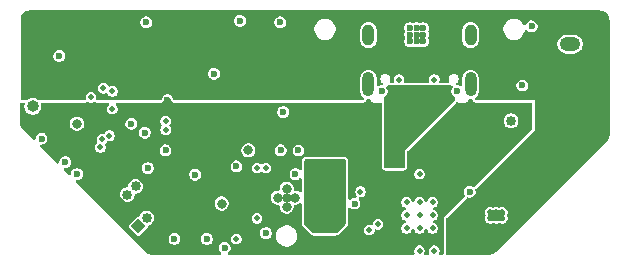
<source format=gbr>
%TF.GenerationSoftware,KiCad,Pcbnew,9.0.1-rc2-202503292320~1d443ca74c~ubuntu24.04.1*%
%TF.CreationDate,2025-04-04T23:21:44+10:00*%
%TF.ProjectId,Stormbreaker,53746f72-6d62-4726-9561-6b65722e6b69,rev?*%
%TF.SameCoordinates,Original*%
%TF.FileFunction,Copper,L3,Inr*%
%TF.FilePolarity,Positive*%
%FSLAX46Y46*%
G04 Gerber Fmt 4.6, Leading zero omitted, Abs format (unit mm)*
G04 Created by KiCad (PCBNEW 9.0.1-rc2-202503292320~1d443ca74c~ubuntu24.04.1) date 2025-04-04 23:21:44*
%MOMM*%
%LPD*%
G01*
G04 APERTURE LIST*
G04 Aperture macros list*
%AMRoundRect*
0 Rectangle with rounded corners*
0 $1 Rounding radius*
0 $2 $3 $4 $5 $6 $7 $8 $9 X,Y pos of 4 corners*
0 Add a 4 corners polygon primitive as box body*
4,1,4,$2,$3,$4,$5,$6,$7,$8,$9,$2,$3,0*
0 Add four circle primitives for the rounded corners*
1,1,$1+$1,$2,$3*
1,1,$1+$1,$4,$5*
1,1,$1+$1,$6,$7*
1,1,$1+$1,$8,$9*
0 Add four rect primitives between the rounded corners*
20,1,$1+$1,$2,$3,$4,$5,0*
20,1,$1+$1,$4,$5,$6,$7,0*
20,1,$1+$1,$6,$7,$8,$9,0*
20,1,$1+$1,$8,$9,$2,$3,0*%
%AMHorizOval*
0 Thick line with rounded ends*
0 $1 width*
0 $2 $3 position (X,Y) of the first rounded end (center of the circle)*
0 $4 $5 position (X,Y) of the second rounded end (center of the circle)*
0 Add line between two ends*
20,1,$1,$2,$3,$4,$5,0*
0 Add two circle primitives to create the rounded ends*
1,1,$1,$2,$3*
1,1,$1,$4,$5*%
%AMRotRect*
0 Rectangle, with rotation*
0 The origin of the aperture is its center*
0 $1 length*
0 $2 width*
0 $3 Rotation angle, in degrees counterclockwise*
0 Add horizontal line*
21,1,$1,$2,0,0,$3*%
G04 Aperture macros list end*
%TA.AperFunction,HeatsinkPad*%
%ADD10C,0.500000*%
%TD*%
%TA.AperFunction,ComponentPad*%
%ADD11RotRect,0.850000X0.850000X135.000000*%
%TD*%
%TA.AperFunction,ComponentPad*%
%ADD12HorizOval,0.850000X0.000000X0.000000X0.000000X0.000000X0*%
%TD*%
%TA.AperFunction,HeatsinkPad*%
%ADD13O,1.000000X2.100000*%
%TD*%
%TA.AperFunction,HeatsinkPad*%
%ADD14O,1.000000X1.800000*%
%TD*%
%TA.AperFunction,ComponentPad*%
%ADD15RoundRect,0.250000X0.625000X-0.350000X0.625000X0.350000X-0.625000X0.350000X-0.625000X-0.350000X0*%
%TD*%
%TA.AperFunction,ComponentPad*%
%ADD16O,1.750000X1.200000*%
%TD*%
%TA.AperFunction,ComponentPad*%
%ADD17C,0.850000*%
%TD*%
%TA.AperFunction,ComponentPad*%
%ADD18R,0.850000X0.850000*%
%TD*%
%TA.AperFunction,ComponentPad*%
%ADD19O,0.850000X0.850000*%
%TD*%
%TA.AperFunction,ComponentPad*%
%ADD20R,1.000000X1.000000*%
%TD*%
%TA.AperFunction,ComponentPad*%
%ADD21O,1.000000X1.000000*%
%TD*%
%TA.AperFunction,ComponentPad*%
%ADD22C,0.600000*%
%TD*%
%TA.AperFunction,ViaPad*%
%ADD23C,0.600000*%
%TD*%
%TA.AperFunction,ViaPad*%
%ADD24C,0.800000*%
%TD*%
%TA.AperFunction,ViaPad*%
%ADD25C,0.500000*%
%TD*%
G04 APERTURE END LIST*
D10*
%TO.N,GND*%
%TO.C,U1*%
X146900000Y-57400000D03*
X146900000Y-58500000D03*
X146900000Y-59600000D03*
X148000000Y-57400000D03*
X148000000Y-58500000D03*
X148000000Y-59600000D03*
X149100000Y-57400000D03*
X149100000Y-58500000D03*
X149100000Y-59600000D03*
%TD*%
D11*
%TO.N,VCC*%
%TO.C,J3*%
X122542893Y-57457107D03*
D12*
%TO.N,/PA0*%
X123250000Y-56750000D03*
%TO.N,GND*%
X123957107Y-56042893D03*
%TD*%
D13*
%TO.N,GND*%
%TO.C,J2*%
X152320000Y-47415000D03*
D14*
X152320000Y-43235000D03*
D13*
X143680000Y-47415000D03*
D14*
X143680000Y-43235000D03*
%TD*%
D15*
%TO.N,/BATT*%
%TO.C,BT2*%
X160750000Y-46000000D03*
D16*
%TO.N,GND*%
X160750000Y-44000000D03*
%TD*%
D11*
%TO.N,SDA*%
%TO.C,J5*%
X124191386Y-59426777D03*
D17*
%TO.N,SCL*%
X124898493Y-58719670D03*
%TD*%
D18*
%TO.N,VCC*%
%TO.C,J4*%
X156750000Y-50500000D03*
D19*
%TO.N,Net-(J4-Pin_2)*%
X155750000Y-50500000D03*
%TD*%
D20*
%TO.N,/BATT*%
%TO.C,BT1*%
X115250000Y-48000000D03*
D21*
%TO.N,GND*%
X115250000Y-49270000D03*
%TD*%
D22*
%TO.N,GND*%
%TO.C,U4*%
X147200000Y-43750000D03*
X147750000Y-43750000D03*
X148300000Y-43750000D03*
X147200000Y-43200000D03*
X147750000Y-43200000D03*
X148300000Y-43200000D03*
X147200000Y-42650000D03*
X147750000Y-42650000D03*
X148300000Y-42650000D03*
%TD*%
D23*
%TO.N,GND*%
X136250000Y-53000000D03*
X151200000Y-47990000D03*
X116000000Y-52000000D03*
X119000000Y-55000000D03*
X118000000Y-54000000D03*
D24*
X131250000Y-57500000D03*
X133500000Y-53000000D03*
D23*
X117500000Y-45000000D03*
D24*
X136750000Y-57750000D03*
D23*
X132805000Y-42025000D03*
X137500000Y-55000000D03*
X124855000Y-42150000D03*
X144800000Y-47990000D03*
X135000000Y-60000000D03*
X157500000Y-42500000D03*
D24*
X136750000Y-56250000D03*
D23*
X125000000Y-54500000D03*
D24*
X119000000Y-50750000D03*
X136750000Y-57000000D03*
D23*
X124750000Y-51500000D03*
X136205000Y-42150000D03*
D24*
X137500000Y-57000000D03*
D23*
X142500000Y-57500000D03*
D24*
X136000000Y-57000000D03*
D23*
X136455000Y-49750000D03*
X152250000Y-56500000D03*
X131500000Y-61250000D03*
X126500000Y-53000000D03*
D24*
%TO.N,/BATT*%
X151250000Y-60500000D03*
X152750000Y-60500000D03*
X152000000Y-60500000D03*
X152750000Y-59750000D03*
X152000000Y-61250000D03*
X152000000Y-59750000D03*
X151250000Y-61250000D03*
X152750000Y-61250000D03*
X151250000Y-59750000D03*
D23*
%TO.N,VBUS*%
X150400000Y-47990000D03*
X145600000Y-47990000D03*
D24*
X146250000Y-52250000D03*
X145500000Y-53750000D03*
X146250000Y-53000000D03*
X145500000Y-52250000D03*
X145500000Y-53000000D03*
X146250000Y-53750000D03*
D25*
%TO.N,Net-(U1-REGN)*%
X148000000Y-55000000D03*
D24*
%TO.N,VCC*%
X141750000Y-50250000D03*
X151250000Y-52750000D03*
D25*
X154000000Y-58250000D03*
D24*
X151250000Y-52000000D03*
X139500000Y-50250000D03*
X152750000Y-52750000D03*
X141000000Y-50250000D03*
X139500000Y-51000000D03*
D25*
X154500000Y-58750000D03*
D24*
X152000000Y-51250000D03*
D25*
X155000000Y-58750000D03*
D24*
X141750000Y-51750000D03*
D23*
X126660000Y-48750000D03*
D25*
X154500000Y-58250000D03*
D24*
X152000000Y-50500000D03*
X140250000Y-50250000D03*
D25*
X154000000Y-58750000D03*
D24*
X152750000Y-50500000D03*
X152000000Y-52000000D03*
X140250000Y-51750000D03*
X141000000Y-51750000D03*
D25*
X117000000Y-49315686D03*
D24*
X141000000Y-51000000D03*
D25*
X155000000Y-58250000D03*
D24*
X141750000Y-51000000D03*
X152750000Y-52000000D03*
X152000000Y-52750000D03*
X151250000Y-50500000D03*
X140250000Y-51000000D03*
X151250000Y-51250000D03*
X139500000Y-49500000D03*
X140250000Y-49500000D03*
X141750000Y-49500000D03*
X139500000Y-51750000D03*
X141000000Y-49500000D03*
X152750000Y-51250000D03*
D23*
%TO.N,Net-(U2-VDD)*%
X129000000Y-55050000D03*
%TO.N,+3.3V*%
X127250000Y-60500000D03*
%TO.N,SD_VCC*%
X130605000Y-46500000D03*
X130000000Y-60500000D03*
X132500000Y-54350000D03*
D25*
%TO.N,SD_D1*%
X132500000Y-60500000D03*
X135000000Y-54500000D03*
%TO.N,SD_D0*%
X134250000Y-58750000D03*
X134250000Y-54500000D03*
%TO.N,Net-(U1-ILIM)*%
X148000000Y-61500000D03*
%TO.N,Net-(U1-TS)*%
X149250000Y-61500000D03*
%TO.N,SCL*%
X121125940Y-52067093D03*
%TO.N,SDA*%
X120972182Y-52750000D03*
%TO.N,SDA_2*%
X143750000Y-59750000D03*
X126500000Y-51251000D03*
X122000000Y-49500000D03*
%TO.N,SCL_2*%
X144500000Y-59250000D03*
X122000000Y-48000000D03*
X126500000Y-50500000D03*
%TO.N,/BQ_STAT*%
X143000000Y-56500000D03*
X121750000Y-51750000D03*
%TO.N,/PA0*%
X120200000Y-48500000D03*
D23*
%TO.N,FAN_PWM*%
X123604998Y-50750000D03*
X156700000Y-47500000D03*
%TO.N,Net-(Q1-G)*%
X137750000Y-53007500D03*
D25*
X121236091Y-47736091D03*
%TO.N,CC2*%
X146250000Y-47000000D03*
%TO.N,CC1*%
X149250000Y-47000000D03*
D24*
%TO.N,VDD*%
X139250000Y-55750000D03*
X140750000Y-55000000D03*
X140000000Y-58500000D03*
X139250000Y-55000000D03*
X140000000Y-55000000D03*
X140000000Y-57750000D03*
X139250000Y-58500000D03*
X140000000Y-59250000D03*
X140750000Y-55750000D03*
X140750000Y-58500000D03*
X140000000Y-55750000D03*
%TD*%
%TA.AperFunction,Conductor*%
%TO.N,VDD*%
G36*
X141693039Y-53769685D02*
G01*
X141738794Y-53822489D01*
X141750000Y-53874000D01*
X141750000Y-59198638D01*
X141730315Y-59265677D01*
X141713681Y-59286319D01*
X141036319Y-59963681D01*
X140974996Y-59997166D01*
X140948638Y-60000000D01*
X139051362Y-60000000D01*
X138984323Y-59980315D01*
X138963681Y-59963681D01*
X138286319Y-59286319D01*
X138252834Y-59224996D01*
X138250000Y-59198638D01*
X138250000Y-53874000D01*
X138269685Y-53806961D01*
X138322489Y-53761206D01*
X138374000Y-53750000D01*
X141626000Y-53750000D01*
X141693039Y-53769685D01*
G37*
%TD.AperFunction*%
%TD*%
%TA.AperFunction,Conductor*%
%TO.N,VCC*%
G36*
X153500000Y-54250000D02*
G01*
X152750000Y-53500000D01*
X150500000Y-53500000D01*
X150500000Y-50000000D01*
X153500000Y-50000000D01*
X153500000Y-54250000D01*
G37*
%TD.AperFunction*%
%TD*%
%TA.AperFunction,Conductor*%
%TO.N,/BATT*%
G36*
X163256061Y-41151097D02*
G01*
X163403580Y-41165626D01*
X163427408Y-41170365D01*
X163563410Y-41211621D01*
X163585855Y-41220918D01*
X163711187Y-41287910D01*
X163731398Y-41301415D01*
X163841246Y-41391565D01*
X163858434Y-41408753D01*
X163948584Y-41518601D01*
X163962089Y-41538812D01*
X163985358Y-41582345D01*
X164009112Y-41626785D01*
X164029078Y-41664137D01*
X164038381Y-41686596D01*
X164079632Y-41822585D01*
X164084374Y-41846426D01*
X164098903Y-41993938D01*
X164099500Y-42006092D01*
X164099500Y-48750000D01*
X152814804Y-48750000D01*
X152747765Y-48730315D01*
X152702010Y-48677511D01*
X152692066Y-48608353D01*
X152721091Y-48544797D01*
X152745914Y-48522897D01*
X152766542Y-48509114D01*
X152864114Y-48411542D01*
X152940775Y-48296811D01*
X152993580Y-48169328D01*
X153008051Y-48096577D01*
X153020500Y-48033995D01*
X153020500Y-47434108D01*
X156199500Y-47434108D01*
X156199500Y-47565892D01*
X156203335Y-47580203D01*
X156233608Y-47693187D01*
X156266554Y-47750250D01*
X156299500Y-47807314D01*
X156392686Y-47900500D01*
X156506814Y-47966392D01*
X156634108Y-48000500D01*
X156634110Y-48000500D01*
X156765890Y-48000500D01*
X156765892Y-48000500D01*
X156893186Y-47966392D01*
X157007314Y-47900500D01*
X157100500Y-47807314D01*
X157166392Y-47693186D01*
X157200500Y-47565892D01*
X157200500Y-47434108D01*
X157166392Y-47306814D01*
X157159282Y-47294500D01*
X157147917Y-47274815D01*
X157100500Y-47192686D01*
X157007314Y-47099500D01*
X156950250Y-47066554D01*
X156893187Y-47033608D01*
X156829539Y-47016554D01*
X156765892Y-46999500D01*
X156634108Y-46999500D01*
X156506812Y-47033608D01*
X156392686Y-47099500D01*
X156392683Y-47099502D01*
X156299502Y-47192683D01*
X156299500Y-47192686D01*
X156233608Y-47306812D01*
X156206694Y-47407259D01*
X156199500Y-47434108D01*
X153020500Y-47434108D01*
X153020500Y-46796004D01*
X152993581Y-46660677D01*
X152993580Y-46660676D01*
X152993580Y-46660672D01*
X152990709Y-46653740D01*
X152940778Y-46533195D01*
X152940771Y-46533182D01*
X152864114Y-46418458D01*
X152864111Y-46418454D01*
X152766545Y-46320888D01*
X152766541Y-46320885D01*
X152651817Y-46244228D01*
X152651804Y-46244221D01*
X152524332Y-46191421D01*
X152524322Y-46191418D01*
X152388995Y-46164500D01*
X152388993Y-46164500D01*
X152251007Y-46164500D01*
X152251005Y-46164500D01*
X152115677Y-46191418D01*
X152115667Y-46191421D01*
X151988195Y-46244221D01*
X151988182Y-46244228D01*
X151873458Y-46320885D01*
X151873454Y-46320888D01*
X151775888Y-46418454D01*
X151775885Y-46418458D01*
X151699228Y-46533182D01*
X151699221Y-46533195D01*
X151646421Y-46660667D01*
X151646418Y-46660677D01*
X151619500Y-46796004D01*
X151619500Y-47439495D01*
X151599815Y-47506534D01*
X151547011Y-47552289D01*
X151477853Y-47562233D01*
X151433501Y-47546883D01*
X151393188Y-47523608D01*
X151308323Y-47500869D01*
X151265892Y-47489500D01*
X151208711Y-47489500D01*
X151141672Y-47469815D01*
X151095917Y-47417011D01*
X151085973Y-47347853D01*
X151114998Y-47284297D01*
X151146711Y-47258113D01*
X151151263Y-47255485D01*
X151230485Y-47176263D01*
X151286503Y-47079237D01*
X151315500Y-46971018D01*
X151315500Y-46858982D01*
X151286503Y-46750763D01*
X151230485Y-46653737D01*
X151151263Y-46574515D01*
X151054237Y-46518497D01*
X150946018Y-46489500D01*
X150833982Y-46489500D01*
X150725763Y-46518497D01*
X150725760Y-46518498D01*
X150628740Y-46574513D01*
X150628734Y-46574517D01*
X150549517Y-46653734D01*
X150549513Y-46653740D01*
X150493498Y-46750760D01*
X150493497Y-46750763D01*
X150464500Y-46858982D01*
X150464500Y-46971018D01*
X150488158Y-47059309D01*
X150493497Y-47079236D01*
X150493498Y-47079239D01*
X150510392Y-47108500D01*
X150526865Y-47176400D01*
X150504012Y-47242427D01*
X150449091Y-47285618D01*
X150403005Y-47294500D01*
X149799080Y-47294500D01*
X149732041Y-47274815D01*
X149686286Y-47222011D01*
X149676342Y-47152853D01*
X149679302Y-47138420D01*
X149700500Y-47059309D01*
X149700500Y-46940691D01*
X149669799Y-46826114D01*
X149610489Y-46723387D01*
X149526613Y-46639511D01*
X149423886Y-46580201D01*
X149309309Y-46549500D01*
X149190691Y-46549500D01*
X149076114Y-46580201D01*
X149076112Y-46580201D01*
X149076112Y-46580202D01*
X148973387Y-46639511D01*
X148973384Y-46639513D01*
X148889513Y-46723384D01*
X148889511Y-46723387D01*
X148830201Y-46826114D01*
X148799500Y-46940691D01*
X148799500Y-47059309D01*
X148820694Y-47138409D01*
X148819032Y-47208256D01*
X148779870Y-47266119D01*
X148715642Y-47293623D01*
X148700920Y-47294500D01*
X146799080Y-47294500D01*
X146732041Y-47274815D01*
X146686286Y-47222011D01*
X146676342Y-47152853D01*
X146679302Y-47138420D01*
X146700500Y-47059309D01*
X146700500Y-46940691D01*
X146669799Y-46826114D01*
X146610489Y-46723387D01*
X146526613Y-46639511D01*
X146423886Y-46580201D01*
X146309309Y-46549500D01*
X146190691Y-46549500D01*
X146076114Y-46580201D01*
X146076112Y-46580201D01*
X146076112Y-46580202D01*
X145973387Y-46639511D01*
X145973384Y-46639513D01*
X145889513Y-46723384D01*
X145889511Y-46723387D01*
X145830201Y-46826114D01*
X145799500Y-46940691D01*
X145799500Y-47059309D01*
X145820694Y-47138409D01*
X145820099Y-47163401D01*
X145823658Y-47188147D01*
X145819282Y-47197727D01*
X145819032Y-47208256D01*
X145805019Y-47228960D01*
X145794633Y-47251703D01*
X145785773Y-47257396D01*
X145779870Y-47266119D01*
X145756886Y-47275961D01*
X145735855Y-47289477D01*
X145720000Y-47291756D01*
X145715642Y-47293623D01*
X145700920Y-47294500D01*
X145596995Y-47294500D01*
X145529956Y-47274815D01*
X145484201Y-47222011D01*
X145474257Y-47152853D01*
X145489608Y-47108500D01*
X145494804Y-47099500D01*
X145506503Y-47079237D01*
X145535500Y-46971018D01*
X145535500Y-46858982D01*
X145506503Y-46750763D01*
X145450485Y-46653737D01*
X145371263Y-46574515D01*
X145274237Y-46518497D01*
X145166018Y-46489500D01*
X145053982Y-46489500D01*
X144945763Y-46518497D01*
X144945760Y-46518498D01*
X144848740Y-46574513D01*
X144848734Y-46574517D01*
X144769517Y-46653734D01*
X144769513Y-46653740D01*
X144713498Y-46750760D01*
X144713497Y-46750763D01*
X144684500Y-46858982D01*
X144684500Y-46971018D01*
X144713497Y-47079237D01*
X144769515Y-47176263D01*
X144848737Y-47255485D01*
X144852047Y-47257396D01*
X144853289Y-47258113D01*
X144901504Y-47308679D01*
X144914728Y-47377286D01*
X144888760Y-47442151D01*
X144831846Y-47482680D01*
X144791289Y-47489500D01*
X144734108Y-47489500D01*
X144606811Y-47523608D01*
X144566499Y-47546883D01*
X144498598Y-47563354D01*
X144432572Y-47540502D01*
X144389382Y-47485580D01*
X144380500Y-47439495D01*
X144380500Y-46796004D01*
X144353581Y-46660677D01*
X144353580Y-46660676D01*
X144353580Y-46660672D01*
X144350709Y-46653740D01*
X144300778Y-46533195D01*
X144300771Y-46533182D01*
X144224114Y-46418458D01*
X144224111Y-46418454D01*
X144126545Y-46320888D01*
X144126541Y-46320885D01*
X144011817Y-46244228D01*
X144011804Y-46244221D01*
X143884332Y-46191421D01*
X143884322Y-46191418D01*
X143748995Y-46164500D01*
X143748993Y-46164500D01*
X143611007Y-46164500D01*
X143611005Y-46164500D01*
X143475677Y-46191418D01*
X143475667Y-46191421D01*
X143348195Y-46244221D01*
X143348182Y-46244228D01*
X143233458Y-46320885D01*
X143233454Y-46320888D01*
X143135888Y-46418454D01*
X143135885Y-46418458D01*
X143059228Y-46533182D01*
X143059221Y-46533195D01*
X143006421Y-46660667D01*
X143006418Y-46660677D01*
X142979500Y-46796004D01*
X142979500Y-46796007D01*
X142979500Y-48033993D01*
X142979500Y-48033995D01*
X142979499Y-48033995D01*
X143006418Y-48169322D01*
X143006421Y-48169332D01*
X143059221Y-48296804D01*
X143059228Y-48296817D01*
X143135885Y-48411541D01*
X143135888Y-48411545D01*
X143233455Y-48509112D01*
X143233458Y-48509114D01*
X143247385Y-48518420D01*
X143254086Y-48522897D01*
X143298892Y-48576509D01*
X143307599Y-48645834D01*
X143277445Y-48708862D01*
X143218002Y-48745582D01*
X143185196Y-48750000D01*
X127273304Y-48750000D01*
X127206265Y-48730315D01*
X127160510Y-48677511D01*
X127153529Y-48658093D01*
X127151152Y-48649221D01*
X127126392Y-48556814D01*
X127060500Y-48442686D01*
X126967314Y-48349500D01*
X126898983Y-48310049D01*
X126853187Y-48283608D01*
X126789539Y-48266554D01*
X126725892Y-48249500D01*
X126594108Y-48249500D01*
X126466812Y-48283608D01*
X126352686Y-48349500D01*
X126352683Y-48349502D01*
X126259502Y-48442683D01*
X126259500Y-48442686D01*
X126193608Y-48556812D01*
X126188027Y-48577641D01*
X126169756Y-48645834D01*
X126166471Y-48658093D01*
X126130106Y-48717754D01*
X126067259Y-48748283D01*
X126046696Y-48750000D01*
X120761004Y-48750000D01*
X120693965Y-48730315D01*
X120648210Y-48677511D01*
X120638266Y-48608353D01*
X120641226Y-48593917D01*
X120650500Y-48559309D01*
X120650500Y-48440691D01*
X120619799Y-48326114D01*
X120560489Y-48223387D01*
X120476613Y-48139511D01*
X120373886Y-48080201D01*
X120259309Y-48049500D01*
X120140691Y-48049500D01*
X120026114Y-48080201D01*
X120026112Y-48080201D01*
X120026112Y-48080202D01*
X119923387Y-48139511D01*
X119923384Y-48139513D01*
X119839513Y-48223384D01*
X119839511Y-48223387D01*
X119808780Y-48276615D01*
X119780201Y-48326114D01*
X119749500Y-48440691D01*
X119749500Y-48559309D01*
X119758770Y-48593908D01*
X119757108Y-48663756D01*
X119717946Y-48721619D01*
X119653717Y-48749123D01*
X119638996Y-48750000D01*
X115770247Y-48750000D01*
X115703208Y-48730315D01*
X115701356Y-48729102D01*
X115581817Y-48649228D01*
X115581804Y-48649221D01*
X115454332Y-48596421D01*
X115454322Y-48596418D01*
X115318995Y-48569500D01*
X115318993Y-48569500D01*
X115181007Y-48569500D01*
X115181005Y-48569500D01*
X115045677Y-48596418D01*
X115045667Y-48596421D01*
X114918195Y-48649221D01*
X114918182Y-48649228D01*
X114798644Y-48729102D01*
X114731966Y-48749980D01*
X114729753Y-48750000D01*
X114374000Y-48750000D01*
X114306961Y-48730315D01*
X114261206Y-48677511D01*
X114250000Y-48626000D01*
X114250000Y-47676782D01*
X120785591Y-47676782D01*
X120785591Y-47795400D01*
X120816292Y-47909977D01*
X120875602Y-48012704D01*
X120959478Y-48096580D01*
X121062205Y-48155890D01*
X121176782Y-48186591D01*
X121176785Y-48186591D01*
X121295397Y-48186591D01*
X121295400Y-48186591D01*
X121409977Y-48155890D01*
X121422464Y-48148680D01*
X121490362Y-48132207D01*
X121556390Y-48155058D01*
X121591852Y-48194066D01*
X121639511Y-48276613D01*
X121723387Y-48360489D01*
X121826114Y-48419799D01*
X121940691Y-48450500D01*
X121940694Y-48450500D01*
X122059306Y-48450500D01*
X122059309Y-48450500D01*
X122173886Y-48419799D01*
X122276613Y-48360489D01*
X122360489Y-48276613D01*
X122419799Y-48173886D01*
X122450500Y-48059309D01*
X122450500Y-47940691D01*
X122419799Y-47826114D01*
X122360489Y-47723387D01*
X122276613Y-47639511D01*
X122173886Y-47580201D01*
X122059309Y-47549500D01*
X121940691Y-47549500D01*
X121879516Y-47565892D01*
X121826109Y-47580202D01*
X121826106Y-47580203D01*
X121813621Y-47587412D01*
X121745720Y-47603882D01*
X121679694Y-47581028D01*
X121644238Y-47542024D01*
X121596580Y-47459478D01*
X121512704Y-47375602D01*
X121409977Y-47316292D01*
X121295400Y-47285591D01*
X121176782Y-47285591D01*
X121062205Y-47316292D01*
X121062203Y-47316292D01*
X121062203Y-47316293D01*
X120959478Y-47375602D01*
X120959475Y-47375604D01*
X120875604Y-47459475D01*
X120875602Y-47459478D01*
X120827944Y-47542024D01*
X120816292Y-47562205D01*
X120785591Y-47676782D01*
X114250000Y-47676782D01*
X114250000Y-46434108D01*
X130104500Y-46434108D01*
X130104500Y-46565892D01*
X130121554Y-46629539D01*
X130138608Y-46693187D01*
X130171554Y-46750250D01*
X130204500Y-46807314D01*
X130297686Y-46900500D01*
X130411814Y-46966392D01*
X130539108Y-47000500D01*
X130539110Y-47000500D01*
X130670890Y-47000500D01*
X130670892Y-47000500D01*
X130798186Y-46966392D01*
X130912314Y-46900500D01*
X131005500Y-46807314D01*
X131071392Y-46693186D01*
X131105500Y-46565892D01*
X131105500Y-46434108D01*
X131071392Y-46306814D01*
X131005500Y-46192686D01*
X130912314Y-46099500D01*
X130855250Y-46066554D01*
X130798187Y-46033608D01*
X130734539Y-46016554D01*
X130670892Y-45999500D01*
X130539108Y-45999500D01*
X130411812Y-46033608D01*
X130297686Y-46099500D01*
X130297683Y-46099502D01*
X130204502Y-46192683D01*
X130204500Y-46192686D01*
X130138608Y-46306812D01*
X130108694Y-46418454D01*
X130104500Y-46434108D01*
X114250000Y-46434108D01*
X114250000Y-44934108D01*
X116999500Y-44934108D01*
X116999500Y-45065891D01*
X117033608Y-45193187D01*
X117066554Y-45250250D01*
X117099500Y-45307314D01*
X117192686Y-45400500D01*
X117306814Y-45466392D01*
X117434108Y-45500500D01*
X117434110Y-45500500D01*
X117565890Y-45500500D01*
X117565892Y-45500500D01*
X117693186Y-45466392D01*
X117807314Y-45400500D01*
X117900500Y-45307314D01*
X117966392Y-45193186D01*
X118000500Y-45065892D01*
X118000500Y-44934108D01*
X117966392Y-44806814D01*
X117900500Y-44692686D01*
X117807314Y-44599500D01*
X117750250Y-44566554D01*
X117693187Y-44533608D01*
X117629539Y-44516554D01*
X117565892Y-44499500D01*
X117434108Y-44499500D01*
X117306812Y-44533608D01*
X117192686Y-44599500D01*
X117192683Y-44599502D01*
X117099502Y-44692683D01*
X117099500Y-44692686D01*
X117033608Y-44806812D01*
X116999500Y-44934108D01*
X114250000Y-44934108D01*
X114250000Y-43703995D01*
X142979499Y-43703995D01*
X143006418Y-43839322D01*
X143006421Y-43839332D01*
X143059221Y-43966804D01*
X143059228Y-43966817D01*
X143135885Y-44081541D01*
X143135888Y-44081545D01*
X143233454Y-44179111D01*
X143233458Y-44179114D01*
X143348182Y-44255771D01*
X143348195Y-44255778D01*
X143475667Y-44308578D01*
X143475672Y-44308580D01*
X143475676Y-44308580D01*
X143475677Y-44308581D01*
X143611004Y-44335500D01*
X143611007Y-44335500D01*
X143748995Y-44335500D01*
X143840041Y-44317389D01*
X143884328Y-44308580D01*
X144011811Y-44255775D01*
X144126542Y-44179114D01*
X144224114Y-44081542D01*
X144300775Y-43966811D01*
X144353580Y-43839328D01*
X144380500Y-43703993D01*
X144380500Y-42766007D01*
X144380500Y-42766004D01*
X144353581Y-42630677D01*
X144353580Y-42630676D01*
X144353580Y-42630672D01*
X144334293Y-42584108D01*
X146699500Y-42584108D01*
X146699500Y-42715892D01*
X146725294Y-42812155D01*
X146733608Y-42843185D01*
X146733610Y-42843190D01*
X146745048Y-42863002D01*
X146761519Y-42930902D01*
X146745048Y-42986998D01*
X146733610Y-43006809D01*
X146733608Y-43006814D01*
X146699500Y-43134108D01*
X146699500Y-43265892D01*
X146729596Y-43378211D01*
X146733608Y-43393185D01*
X146733610Y-43393190D01*
X146745048Y-43413002D01*
X146761519Y-43480902D01*
X146745048Y-43536998D01*
X146733610Y-43556809D01*
X146733608Y-43556814D01*
X146699500Y-43684108D01*
X146699500Y-43815891D01*
X146733608Y-43943187D01*
X146747244Y-43966804D01*
X146799500Y-44057314D01*
X146892686Y-44150500D01*
X146987003Y-44204954D01*
X147006810Y-44216390D01*
X147006814Y-44216392D01*
X147134108Y-44250500D01*
X147134110Y-44250500D01*
X147265890Y-44250500D01*
X147265892Y-44250500D01*
X147393186Y-44216392D01*
X147412997Y-44204954D01*
X147480897Y-44188479D01*
X147537003Y-44204954D01*
X147556810Y-44216390D01*
X147556811Y-44216390D01*
X147556814Y-44216392D01*
X147684108Y-44250500D01*
X147684110Y-44250500D01*
X147815890Y-44250500D01*
X147815892Y-44250500D01*
X147943186Y-44216392D01*
X147962997Y-44204954D01*
X148030897Y-44188479D01*
X148087003Y-44204954D01*
X148106810Y-44216390D01*
X148106811Y-44216390D01*
X148106814Y-44216392D01*
X148234108Y-44250500D01*
X148234110Y-44250500D01*
X148365890Y-44250500D01*
X148365892Y-44250500D01*
X148493186Y-44216392D01*
X148607314Y-44150500D01*
X148700500Y-44057314D01*
X148766392Y-43943186D01*
X148800500Y-43815892D01*
X148800500Y-43703995D01*
X151619499Y-43703995D01*
X151646418Y-43839322D01*
X151646421Y-43839332D01*
X151699221Y-43966804D01*
X151699228Y-43966817D01*
X151775885Y-44081541D01*
X151775888Y-44081545D01*
X151873454Y-44179111D01*
X151873458Y-44179114D01*
X151988182Y-44255771D01*
X151988195Y-44255778D01*
X152115667Y-44308578D01*
X152115672Y-44308580D01*
X152115676Y-44308580D01*
X152115677Y-44308581D01*
X152251004Y-44335500D01*
X152251007Y-44335500D01*
X152388995Y-44335500D01*
X152480041Y-44317389D01*
X152524328Y-44308580D01*
X152651811Y-44255775D01*
X152766542Y-44179114D01*
X152864114Y-44081542D01*
X152940775Y-43966811D01*
X152940778Y-43966804D01*
X152959687Y-43921153D01*
X159674500Y-43921153D01*
X159674500Y-44078846D01*
X159705261Y-44233489D01*
X159705264Y-44233501D01*
X159765602Y-44379172D01*
X159765609Y-44379185D01*
X159853210Y-44510288D01*
X159853213Y-44510292D01*
X159964707Y-44621786D01*
X159964711Y-44621789D01*
X160095814Y-44709390D01*
X160095827Y-44709397D01*
X160241498Y-44769735D01*
X160241503Y-44769737D01*
X160396153Y-44800499D01*
X160396156Y-44800500D01*
X160396158Y-44800500D01*
X161103844Y-44800500D01*
X161103845Y-44800499D01*
X161258497Y-44769737D01*
X161404179Y-44709394D01*
X161535289Y-44621789D01*
X161646789Y-44510289D01*
X161734394Y-44379179D01*
X161794737Y-44233497D01*
X161825500Y-44078842D01*
X161825500Y-43921158D01*
X161825500Y-43921155D01*
X161825499Y-43921153D01*
X161814849Y-43867614D01*
X161794737Y-43766503D01*
X161760608Y-43684108D01*
X161734397Y-43620827D01*
X161734390Y-43620814D01*
X161646789Y-43489711D01*
X161646786Y-43489707D01*
X161535292Y-43378213D01*
X161535288Y-43378210D01*
X161404185Y-43290609D01*
X161404172Y-43290602D01*
X161258501Y-43230264D01*
X161258489Y-43230261D01*
X161103845Y-43199500D01*
X161103842Y-43199500D01*
X160396158Y-43199500D01*
X160396155Y-43199500D01*
X160241510Y-43230261D01*
X160241498Y-43230264D01*
X160095827Y-43290602D01*
X160095814Y-43290609D01*
X159964711Y-43378210D01*
X159964707Y-43378213D01*
X159853213Y-43489707D01*
X159853210Y-43489711D01*
X159765609Y-43620814D01*
X159765602Y-43620827D01*
X159705264Y-43766498D01*
X159705261Y-43766510D01*
X159674500Y-43921153D01*
X152959687Y-43921153D01*
X152981864Y-43867614D01*
X152993578Y-43839332D01*
X152993580Y-43839328D01*
X153020500Y-43703993D01*
X153020500Y-42766007D01*
X153020500Y-42766004D01*
X153020499Y-42766002D01*
X153003275Y-42679408D01*
X152999674Y-42661304D01*
X155099500Y-42661304D01*
X155099500Y-42838695D01*
X155134103Y-43012658D01*
X155134106Y-43012667D01*
X155201983Y-43176540D01*
X155201990Y-43176553D01*
X155300535Y-43324034D01*
X155300538Y-43324038D01*
X155425961Y-43449461D01*
X155425965Y-43449464D01*
X155573446Y-43548009D01*
X155573459Y-43548016D01*
X155696363Y-43598923D01*
X155737334Y-43615894D01*
X155737336Y-43615894D01*
X155737341Y-43615896D01*
X155911304Y-43650499D01*
X155911307Y-43650500D01*
X155911309Y-43650500D01*
X156088693Y-43650500D01*
X156088694Y-43650499D01*
X156146682Y-43638964D01*
X156262658Y-43615896D01*
X156262661Y-43615894D01*
X156262666Y-43615894D01*
X156426547Y-43548013D01*
X156574035Y-43449464D01*
X156699464Y-43324035D01*
X156798013Y-43176547D01*
X156865894Y-43012666D01*
X156868314Y-43000500D01*
X156893464Y-42874066D01*
X156925849Y-42812155D01*
X156986565Y-42777581D01*
X157056334Y-42781320D01*
X157102762Y-42810576D01*
X157192686Y-42900500D01*
X157306814Y-42966392D01*
X157434108Y-43000500D01*
X157434110Y-43000500D01*
X157565890Y-43000500D01*
X157565892Y-43000500D01*
X157693186Y-42966392D01*
X157807314Y-42900500D01*
X157900500Y-42807314D01*
X157966392Y-42693186D01*
X158000500Y-42565892D01*
X158000500Y-42434108D01*
X157966392Y-42306814D01*
X157900500Y-42192686D01*
X157807314Y-42099500D01*
X157722510Y-42050538D01*
X157693187Y-42033608D01*
X157629539Y-42016554D01*
X157565892Y-41999500D01*
X157434108Y-41999500D01*
X157306812Y-42033608D01*
X157192686Y-42099500D01*
X157192683Y-42099502D01*
X157099502Y-42192683D01*
X157099500Y-42192686D01*
X157033608Y-42306813D01*
X157032903Y-42309445D01*
X157031702Y-42311413D01*
X157030500Y-42314318D01*
X157030046Y-42314130D01*
X156996534Y-42369103D01*
X156933685Y-42399628D01*
X156864310Y-42391328D01*
X156810435Y-42346839D01*
X156798566Y-42324789D01*
X156798012Y-42323451D01*
X156798009Y-42323446D01*
X156699464Y-42175965D01*
X156699461Y-42175961D01*
X156574038Y-42050538D01*
X156574034Y-42050535D01*
X156426553Y-41951990D01*
X156426540Y-41951983D01*
X156262667Y-41884106D01*
X156262658Y-41884103D01*
X156088694Y-41849500D01*
X156088691Y-41849500D01*
X155911309Y-41849500D01*
X155911306Y-41849500D01*
X155737341Y-41884103D01*
X155737332Y-41884106D01*
X155573459Y-41951983D01*
X155573446Y-41951990D01*
X155425965Y-42050535D01*
X155425961Y-42050538D01*
X155300538Y-42175961D01*
X155300535Y-42175965D01*
X155201990Y-42323446D01*
X155201983Y-42323459D01*
X155134106Y-42487332D01*
X155134103Y-42487341D01*
X155099500Y-42661304D01*
X152999674Y-42661304D01*
X152993581Y-42630677D01*
X152993580Y-42630676D01*
X152993580Y-42630672D01*
X152987664Y-42616390D01*
X152940778Y-42503195D01*
X152940771Y-42503182D01*
X152864114Y-42388458D01*
X152864111Y-42388454D01*
X152766545Y-42290888D01*
X152766541Y-42290885D01*
X152651817Y-42214228D01*
X152651804Y-42214221D01*
X152524332Y-42161421D01*
X152524322Y-42161418D01*
X152388995Y-42134500D01*
X152388993Y-42134500D01*
X152251007Y-42134500D01*
X152251005Y-42134500D01*
X152115677Y-42161418D01*
X152115667Y-42161421D01*
X151988195Y-42214221D01*
X151988182Y-42214228D01*
X151873458Y-42290885D01*
X151873454Y-42290888D01*
X151775888Y-42388454D01*
X151775885Y-42388458D01*
X151699228Y-42503182D01*
X151699221Y-42503195D01*
X151646421Y-42630667D01*
X151646418Y-42630677D01*
X151619500Y-42766004D01*
X151619500Y-42766007D01*
X151619500Y-43703993D01*
X151619500Y-43703995D01*
X151619499Y-43703995D01*
X148800500Y-43703995D01*
X148800500Y-43684108D01*
X148766392Y-43556814D01*
X148761312Y-43548016D01*
X148754954Y-43537003D01*
X148738479Y-43469103D01*
X148754954Y-43412997D01*
X148756667Y-43410028D01*
X148766392Y-43393186D01*
X148800500Y-43265892D01*
X148800500Y-43134108D01*
X148766392Y-43006814D01*
X148754954Y-42987003D01*
X148738479Y-42919103D01*
X148744641Y-42885973D01*
X148748624Y-42873960D01*
X148766392Y-42843186D01*
X148800500Y-42715892D01*
X148800500Y-42584108D01*
X148766392Y-42456814D01*
X148700500Y-42342686D01*
X148607314Y-42249500D01*
X148508910Y-42192686D01*
X148493187Y-42183608D01*
X148410371Y-42161418D01*
X148365892Y-42149500D01*
X148234108Y-42149500D01*
X148106814Y-42183608D01*
X148106809Y-42183610D01*
X148086998Y-42195048D01*
X148019098Y-42211519D01*
X147963002Y-42195048D01*
X147943190Y-42183610D01*
X147943188Y-42183609D01*
X147943186Y-42183608D01*
X147815892Y-42149500D01*
X147684108Y-42149500D01*
X147556814Y-42183608D01*
X147556809Y-42183610D01*
X147536998Y-42195048D01*
X147469098Y-42211519D01*
X147413002Y-42195048D01*
X147393190Y-42183610D01*
X147393188Y-42183609D01*
X147393186Y-42183608D01*
X147265892Y-42149500D01*
X147134108Y-42149500D01*
X147006812Y-42183608D01*
X146892686Y-42249500D01*
X146892683Y-42249502D01*
X146799502Y-42342683D01*
X146799500Y-42342686D01*
X146733608Y-42456812D01*
X146725430Y-42487334D01*
X146699500Y-42584108D01*
X144334293Y-42584108D01*
X144307979Y-42520581D01*
X144300776Y-42503191D01*
X144300771Y-42503182D01*
X144224114Y-42388458D01*
X144224111Y-42388454D01*
X144126545Y-42290888D01*
X144126541Y-42290885D01*
X144011817Y-42214228D01*
X144011804Y-42214221D01*
X143884332Y-42161421D01*
X143884322Y-42161418D01*
X143748995Y-42134500D01*
X143748993Y-42134500D01*
X143611007Y-42134500D01*
X143611005Y-42134500D01*
X143475677Y-42161418D01*
X143475667Y-42161421D01*
X143348195Y-42214221D01*
X143348182Y-42214228D01*
X143233458Y-42290885D01*
X143233454Y-42290888D01*
X143135888Y-42388454D01*
X143135885Y-42388458D01*
X143059228Y-42503182D01*
X143059221Y-42503195D01*
X143006421Y-42630667D01*
X143006418Y-42630677D01*
X142979500Y-42766004D01*
X142979500Y-42766007D01*
X142979500Y-43703993D01*
X142979500Y-43703995D01*
X142979499Y-43703995D01*
X114250000Y-43703995D01*
X114250000Y-42661304D01*
X139099500Y-42661304D01*
X139099500Y-42838695D01*
X139134103Y-43012658D01*
X139134106Y-43012667D01*
X139201983Y-43176540D01*
X139201990Y-43176553D01*
X139300535Y-43324034D01*
X139300538Y-43324038D01*
X139425961Y-43449461D01*
X139425965Y-43449464D01*
X139573446Y-43548009D01*
X139573459Y-43548016D01*
X139696363Y-43598923D01*
X139737334Y-43615894D01*
X139737336Y-43615894D01*
X139737341Y-43615896D01*
X139911304Y-43650499D01*
X139911307Y-43650500D01*
X139911309Y-43650500D01*
X140088693Y-43650500D01*
X140088694Y-43650499D01*
X140146682Y-43638964D01*
X140262658Y-43615896D01*
X140262661Y-43615894D01*
X140262666Y-43615894D01*
X140426547Y-43548013D01*
X140574035Y-43449464D01*
X140699464Y-43324035D01*
X140798013Y-43176547D01*
X140865894Y-43012666D01*
X140868315Y-43000499D01*
X140900499Y-42838695D01*
X140900500Y-42838693D01*
X140900500Y-42661306D01*
X140900499Y-42661304D01*
X140865896Y-42487341D01*
X140865893Y-42487332D01*
X140853251Y-42456812D01*
X140840281Y-42425497D01*
X140798016Y-42323459D01*
X140798009Y-42323446D01*
X140699464Y-42175965D01*
X140699461Y-42175961D01*
X140574038Y-42050538D01*
X140574034Y-42050535D01*
X140426553Y-41951990D01*
X140426540Y-41951983D01*
X140262667Y-41884106D01*
X140262658Y-41884103D01*
X140088694Y-41849500D01*
X140088691Y-41849500D01*
X139911309Y-41849500D01*
X139911306Y-41849500D01*
X139737341Y-41884103D01*
X139737332Y-41884106D01*
X139573459Y-41951983D01*
X139573446Y-41951990D01*
X139425965Y-42050535D01*
X139425961Y-42050538D01*
X139300538Y-42175961D01*
X139300535Y-42175965D01*
X139201990Y-42323446D01*
X139201983Y-42323459D01*
X139134106Y-42487332D01*
X139134103Y-42487341D01*
X139099500Y-42661304D01*
X114250000Y-42661304D01*
X114250000Y-42084108D01*
X124354500Y-42084108D01*
X124354500Y-42215891D01*
X124388608Y-42343187D01*
X124414746Y-42388458D01*
X124454500Y-42457314D01*
X124547686Y-42550500D01*
X124646521Y-42607563D01*
X124661810Y-42616390D01*
X124661814Y-42616392D01*
X124789108Y-42650500D01*
X124789110Y-42650500D01*
X124920890Y-42650500D01*
X124920892Y-42650500D01*
X125048186Y-42616392D01*
X125162314Y-42550500D01*
X125255500Y-42457314D01*
X125321392Y-42343186D01*
X125355500Y-42215892D01*
X125355500Y-42084108D01*
X125322007Y-41959108D01*
X132304500Y-41959108D01*
X132304500Y-42090892D01*
X132306807Y-42099502D01*
X132338608Y-42218187D01*
X132356687Y-42249500D01*
X132404500Y-42332314D01*
X132497686Y-42425500D01*
X132611814Y-42491392D01*
X132739108Y-42525500D01*
X132739110Y-42525500D01*
X132870890Y-42525500D01*
X132870892Y-42525500D01*
X132998186Y-42491392D01*
X133112314Y-42425500D01*
X133205500Y-42332314D01*
X133271392Y-42218186D01*
X133305500Y-42090892D01*
X133305500Y-42084108D01*
X135704500Y-42084108D01*
X135704500Y-42215891D01*
X135738608Y-42343187D01*
X135764746Y-42388458D01*
X135804500Y-42457314D01*
X135897686Y-42550500D01*
X135996521Y-42607563D01*
X136011810Y-42616390D01*
X136011814Y-42616392D01*
X136139108Y-42650500D01*
X136139110Y-42650500D01*
X136270890Y-42650500D01*
X136270892Y-42650500D01*
X136398186Y-42616392D01*
X136512314Y-42550500D01*
X136605500Y-42457314D01*
X136671392Y-42343186D01*
X136705500Y-42215892D01*
X136705500Y-42084108D01*
X136671392Y-41956814D01*
X136605500Y-41842686D01*
X136512314Y-41749500D01*
X136455250Y-41716554D01*
X136398187Y-41683608D01*
X136334539Y-41666554D01*
X136270892Y-41649500D01*
X136139108Y-41649500D01*
X136011812Y-41683608D01*
X135897686Y-41749500D01*
X135897683Y-41749502D01*
X135804502Y-41842683D01*
X135804500Y-41842686D01*
X135738608Y-41956812D01*
X135704500Y-42084108D01*
X133305500Y-42084108D01*
X133305500Y-41959108D01*
X133271392Y-41831814D01*
X133205500Y-41717686D01*
X133112314Y-41624500D01*
X133039300Y-41582345D01*
X132998187Y-41558608D01*
X132924309Y-41538813D01*
X132870892Y-41524500D01*
X132739108Y-41524500D01*
X132611812Y-41558608D01*
X132497686Y-41624500D01*
X132497683Y-41624502D01*
X132404502Y-41717683D01*
X132404500Y-41717686D01*
X132338608Y-41831812D01*
X132306409Y-41951983D01*
X132304500Y-41959108D01*
X125322007Y-41959108D01*
X125321392Y-41956814D01*
X125255500Y-41842686D01*
X125162314Y-41749500D01*
X125105250Y-41716554D01*
X125048187Y-41683608D01*
X124984539Y-41666554D01*
X124920892Y-41649500D01*
X124789108Y-41649500D01*
X124661812Y-41683608D01*
X124547686Y-41749500D01*
X124547683Y-41749502D01*
X124454502Y-41842683D01*
X124454500Y-41842686D01*
X124388608Y-41956812D01*
X124354500Y-42084108D01*
X114250000Y-42084108D01*
X114250000Y-41640798D01*
X114253509Y-41626785D01*
X114252603Y-41615523D01*
X114264639Y-41582348D01*
X114287915Y-41538803D01*
X114301411Y-41518606D01*
X114391569Y-41408748D01*
X114408748Y-41391569D01*
X114518606Y-41301411D01*
X114538806Y-41287913D01*
X114664148Y-41220916D01*
X114686585Y-41211622D01*
X114822593Y-41170365D01*
X114846419Y-41165626D01*
X114970515Y-41153404D01*
X114993940Y-41151097D01*
X115006093Y-41150500D01*
X115034351Y-41150500D01*
X163215649Y-41150500D01*
X163243907Y-41150500D01*
X163256061Y-41151097D01*
G37*
%TD.AperFunction*%
%TD*%
%TA.AperFunction,Conductor*%
%TO.N,VCC*%
G36*
X126714601Y-48459223D02*
G01*
X126758102Y-48470879D01*
X126787999Y-48483263D01*
X126827000Y-48505780D01*
X126852679Y-48525485D01*
X126884514Y-48557320D01*
X126904217Y-48582997D01*
X126926734Y-48621997D01*
X126939121Y-48651901D01*
X126955029Y-48711272D01*
X126960152Y-48727634D01*
X126967124Y-48747026D01*
X126967129Y-48747038D01*
X127005201Y-48812080D01*
X127005210Y-48812094D01*
X127050952Y-48864882D01*
X127050959Y-48864889D01*
X127063338Y-48877524D01*
X127068550Y-48882843D01*
X127068551Y-48882844D01*
X127068553Y-48882845D01*
X127148363Y-48927488D01*
X127148367Y-48927490D01*
X127215406Y-48947175D01*
X127273304Y-48955500D01*
X127273308Y-48955500D01*
X143185197Y-48955500D01*
X143190625Y-48955136D01*
X143212623Y-48953661D01*
X143212627Y-48953660D01*
X143212633Y-48953660D01*
X143212643Y-48953659D01*
X143229412Y-48951400D01*
X143245429Y-48949243D01*
X143326002Y-48920414D01*
X143385445Y-48883694D01*
X143405983Y-48869200D01*
X143462822Y-48797550D01*
X143492312Y-48735909D01*
X143503518Y-48723433D01*
X143510495Y-48708177D01*
X143526383Y-48697977D01*
X143538999Y-48683932D01*
X143555598Y-48679222D01*
X143569292Y-48670432D01*
X143595078Y-48668021D01*
X143604229Y-48665426D01*
X143610650Y-48665429D01*
X143611007Y-48665500D01*
X143748993Y-48665500D01*
X143749005Y-48665497D01*
X143754223Y-48665500D01*
X143787907Y-48675408D01*
X143821201Y-48685185D01*
X143821223Y-48685209D01*
X143821253Y-48685218D01*
X143821587Y-48685603D01*
X143863594Y-48731185D01*
X143863693Y-48731372D01*
X143863694Y-48731373D01*
X143872042Y-48747038D01*
X143906703Y-48812083D01*
X143906705Y-48812086D01*
X143952464Y-48864895D01*
X143970046Y-48882839D01*
X143970050Y-48882843D01*
X143970051Y-48882844D01*
X143970053Y-48882845D01*
X144049863Y-48927488D01*
X144049867Y-48927490D01*
X144116906Y-48947175D01*
X144174804Y-48955500D01*
X144174808Y-48955500D01*
X144670500Y-48955500D01*
X144737539Y-48975185D01*
X144783294Y-49027989D01*
X144794500Y-49079500D01*
X144794500Y-54376007D01*
X144799197Y-54419686D01*
X144810397Y-54471174D01*
X144812342Y-54479133D01*
X144812890Y-54481373D01*
X144855900Y-54562085D01*
X144872073Y-54580750D01*
X144901660Y-54614895D01*
X144919242Y-54632839D01*
X144919246Y-54632843D01*
X144919247Y-54632844D01*
X144919249Y-54632845D01*
X144999059Y-54677488D01*
X144999063Y-54677490D01*
X145066102Y-54697175D01*
X145124000Y-54705500D01*
X145124004Y-54705500D01*
X146625991Y-54705500D01*
X146626000Y-54705500D01*
X146669684Y-54700803D01*
X146704693Y-54693187D01*
X146721174Y-54689602D01*
X146721190Y-54689598D01*
X146721195Y-54689597D01*
X146731373Y-54687110D01*
X146812085Y-54644100D01*
X146864889Y-54598345D01*
X146882843Y-54580754D01*
X146927490Y-54500937D01*
X146947175Y-54433898D01*
X146955500Y-54376000D01*
X146955500Y-53500000D01*
X150500000Y-53500000D01*
X152750000Y-53500000D01*
X153500000Y-54250000D01*
X153500000Y-50438389D01*
X155124500Y-50438389D01*
X155124500Y-50561610D01*
X155148535Y-50682444D01*
X155148538Y-50682454D01*
X155195687Y-50796283D01*
X155195692Y-50796292D01*
X155264141Y-50898732D01*
X155264144Y-50898736D01*
X155351263Y-50985855D01*
X155351267Y-50985858D01*
X155453707Y-51054307D01*
X155453716Y-51054312D01*
X155474739Y-51063020D01*
X155567548Y-51101463D01*
X155688389Y-51125499D01*
X155688393Y-51125500D01*
X155688394Y-51125500D01*
X155811607Y-51125500D01*
X155811608Y-51125499D01*
X155932452Y-51101463D01*
X156046286Y-51054311D01*
X156148733Y-50985858D01*
X156235858Y-50898733D01*
X156304311Y-50796286D01*
X156351463Y-50682452D01*
X156375500Y-50561606D01*
X156375500Y-50438394D01*
X156351463Y-50317548D01*
X156312459Y-50223384D01*
X156304312Y-50203716D01*
X156304307Y-50203707D01*
X156235858Y-50101267D01*
X156235855Y-50101263D01*
X156148736Y-50014144D01*
X156148732Y-50014141D01*
X156046292Y-49945692D01*
X156046283Y-49945687D01*
X155932454Y-49898538D01*
X155932455Y-49898538D01*
X155932452Y-49898537D01*
X155932448Y-49898536D01*
X155932444Y-49898535D01*
X155811610Y-49874500D01*
X155811606Y-49874500D01*
X155688394Y-49874500D01*
X155688389Y-49874500D01*
X155567555Y-49898535D01*
X155567545Y-49898538D01*
X155453716Y-49945687D01*
X155453707Y-49945692D01*
X155351267Y-50014141D01*
X155351263Y-50014144D01*
X155264144Y-50101263D01*
X155264141Y-50101267D01*
X155195692Y-50203707D01*
X155195687Y-50203716D01*
X155148538Y-50317545D01*
X155148535Y-50317555D01*
X155124500Y-50438389D01*
X153500000Y-50438389D01*
X153500000Y-50000000D01*
X150500000Y-50000000D01*
X150500000Y-53500000D01*
X146955500Y-53500000D01*
X146955500Y-53136481D01*
X146975185Y-53069442D01*
X146991819Y-53048800D01*
X149695999Y-50344621D01*
X151081860Y-48958760D01*
X151093687Y-48952301D01*
X151102515Y-48942117D01*
X151123755Y-48935883D01*
X151143183Y-48925275D01*
X151158084Y-48925808D01*
X151169557Y-48922441D01*
X151204491Y-48927468D01*
X151204559Y-48927488D01*
X151204563Y-48927490D01*
X151207317Y-48928298D01*
X151223870Y-48934474D01*
X151226484Y-48935668D01*
X151226488Y-48935669D01*
X151249959Y-48944696D01*
X151258160Y-48945366D01*
X151267183Y-48946709D01*
X151267208Y-48946541D01*
X151271588Y-48947171D01*
X151271592Y-48947172D01*
X151312603Y-48953070D01*
X151329499Y-48955500D01*
X151329500Y-48955500D01*
X151825197Y-48955500D01*
X151830625Y-48955136D01*
X151852623Y-48953661D01*
X151852627Y-48953660D01*
X151852633Y-48953660D01*
X151852643Y-48953659D01*
X151869412Y-48951400D01*
X151885429Y-48949243D01*
X151966002Y-48920414D01*
X152025445Y-48883694D01*
X152045983Y-48869200D01*
X152102822Y-48797550D01*
X152132312Y-48735909D01*
X152143518Y-48723433D01*
X152150495Y-48708177D01*
X152166383Y-48697977D01*
X152178999Y-48683932D01*
X152195598Y-48679222D01*
X152209292Y-48670432D01*
X152235078Y-48668021D01*
X152244229Y-48665426D01*
X152250650Y-48665429D01*
X152251007Y-48665500D01*
X152388993Y-48665500D01*
X152389005Y-48665497D01*
X152394223Y-48665500D01*
X152427907Y-48675408D01*
X152461201Y-48685185D01*
X152461223Y-48685209D01*
X152461253Y-48685218D01*
X152461587Y-48685603D01*
X152503594Y-48731185D01*
X152503693Y-48731372D01*
X152503694Y-48731373D01*
X152512042Y-48747038D01*
X152546703Y-48812083D01*
X152546705Y-48812086D01*
X152592464Y-48864895D01*
X152610046Y-48882839D01*
X152610050Y-48882843D01*
X152610051Y-48882844D01*
X152610053Y-48882845D01*
X152689863Y-48927488D01*
X152689867Y-48927490D01*
X152756906Y-48947175D01*
X152814804Y-48955500D01*
X157420500Y-48955500D01*
X157487539Y-48975185D01*
X157533294Y-49027989D01*
X157544500Y-49079500D01*
X157544500Y-51113516D01*
X157524815Y-51180555D01*
X157508181Y-51201197D01*
X152657918Y-56051459D01*
X152596595Y-56084944D01*
X152526903Y-56079960D01*
X152508237Y-56071165D01*
X152443188Y-56033609D01*
X152443187Y-56033608D01*
X152443186Y-56033608D01*
X152315892Y-55999500D01*
X152184108Y-55999500D01*
X152056812Y-56033608D01*
X151942686Y-56099500D01*
X151942683Y-56099502D01*
X151849502Y-56192683D01*
X151849500Y-56192686D01*
X151783608Y-56306812D01*
X151761776Y-56388294D01*
X151749500Y-56434108D01*
X151749500Y-56565892D01*
X151779967Y-56679599D01*
X151783609Y-56693188D01*
X151783609Y-56693189D01*
X151821165Y-56758238D01*
X151837638Y-56826138D01*
X151814785Y-56892165D01*
X151801459Y-56907919D01*
X150141010Y-58568367D01*
X150126286Y-58584758D01*
X150109671Y-58605380D01*
X150109664Y-58605390D01*
X150072512Y-58676419D01*
X150072508Y-58676428D01*
X150052826Y-58743455D01*
X150052825Y-58743463D01*
X150044981Y-58798021D01*
X150044500Y-58801364D01*
X150044500Y-61725500D01*
X150024815Y-61792539D01*
X149972011Y-61838294D01*
X149920500Y-61849500D01*
X149782637Y-61849500D01*
X149715598Y-61829815D01*
X149669843Y-61777011D01*
X149659899Y-61707853D01*
X149668073Y-61678055D01*
X149669796Y-61673893D01*
X149669796Y-61673889D01*
X149669799Y-61673886D01*
X149700500Y-61559309D01*
X149700500Y-61440691D01*
X149669799Y-61326114D01*
X149610489Y-61223387D01*
X149526613Y-61139511D01*
X149423886Y-61080201D01*
X149309309Y-61049500D01*
X149190691Y-61049500D01*
X149076114Y-61080201D01*
X149076112Y-61080201D01*
X149076112Y-61080202D01*
X148973387Y-61139511D01*
X148973384Y-61139513D01*
X148889513Y-61223384D01*
X148889511Y-61223387D01*
X148830201Y-61326114D01*
X148799500Y-61440691D01*
X148799500Y-61559309D01*
X148811390Y-61603682D01*
X148830203Y-61673893D01*
X148831927Y-61678055D01*
X148835431Y-61710670D01*
X148840101Y-61743147D01*
X148839145Y-61745239D01*
X148839391Y-61747524D01*
X148824706Y-61776857D01*
X148811076Y-61806703D01*
X148809142Y-61807945D01*
X148808113Y-61810002D01*
X148779896Y-61826740D01*
X148752298Y-61844477D01*
X148749262Y-61844913D01*
X148748021Y-61845650D01*
X148717363Y-61849500D01*
X148532637Y-61849500D01*
X148465598Y-61829815D01*
X148419843Y-61777011D01*
X148409899Y-61707853D01*
X148418073Y-61678055D01*
X148419796Y-61673893D01*
X148419796Y-61673889D01*
X148419799Y-61673886D01*
X148450500Y-61559309D01*
X148450500Y-61440691D01*
X148419799Y-61326114D01*
X148360489Y-61223387D01*
X148276613Y-61139511D01*
X148173886Y-61080201D01*
X148059309Y-61049500D01*
X147940691Y-61049500D01*
X147826114Y-61080201D01*
X147826112Y-61080201D01*
X147826112Y-61080202D01*
X147723387Y-61139511D01*
X147723384Y-61139513D01*
X147639513Y-61223384D01*
X147639511Y-61223387D01*
X147580201Y-61326114D01*
X147549500Y-61440691D01*
X147549500Y-61559309D01*
X147561390Y-61603682D01*
X147580203Y-61673893D01*
X147581927Y-61678055D01*
X147589391Y-61747524D01*
X147558113Y-61810002D01*
X147498021Y-61845650D01*
X147467363Y-61849500D01*
X131907676Y-61849500D01*
X131840637Y-61829815D01*
X131794882Y-61777011D01*
X131784938Y-61707853D01*
X131813963Y-61644297D01*
X131819995Y-61637819D01*
X131857134Y-61600680D01*
X131900500Y-61557314D01*
X131966392Y-61443186D01*
X132000500Y-61315892D01*
X132000500Y-61184108D01*
X131966392Y-61056814D01*
X131961312Y-61048016D01*
X131933878Y-61000499D01*
X131900500Y-60942686D01*
X131807314Y-60849500D01*
X131750250Y-60816554D01*
X131693187Y-60783608D01*
X131629539Y-60766554D01*
X131565892Y-60749500D01*
X131434108Y-60749500D01*
X131306812Y-60783608D01*
X131192686Y-60849500D01*
X131192683Y-60849502D01*
X131099502Y-60942683D01*
X131099500Y-60942686D01*
X131033608Y-61056812D01*
X131011449Y-61139513D01*
X130999500Y-61184108D01*
X130999500Y-61315892D01*
X131002239Y-61326114D01*
X131033608Y-61443187D01*
X131066554Y-61500250D01*
X131099500Y-61557314D01*
X131099502Y-61557316D01*
X131180005Y-61637819D01*
X131213490Y-61699142D01*
X131208506Y-61768834D01*
X131166634Y-61824767D01*
X131101170Y-61849184D01*
X131092324Y-61849500D01*
X125419086Y-61849500D01*
X125409358Y-61849118D01*
X125396696Y-61848121D01*
X125291053Y-61839807D01*
X125271834Y-61836763D01*
X125161195Y-61810200D01*
X125142689Y-61804186D01*
X125037576Y-61760645D01*
X125020241Y-61751812D01*
X124923219Y-61692352D01*
X124907479Y-61680914D01*
X124899259Y-61673893D01*
X124857027Y-61637819D01*
X124817063Y-61603682D01*
X124809922Y-61597081D01*
X124809917Y-61597076D01*
X124809914Y-61597074D01*
X124804000Y-61591160D01*
X124789245Y-61576403D01*
X124789240Y-61576401D01*
X123646947Y-60434108D01*
X126749500Y-60434108D01*
X126749500Y-60565892D01*
X126766554Y-60629539D01*
X126783608Y-60693187D01*
X126802331Y-60725615D01*
X126849500Y-60807314D01*
X126942686Y-60900500D01*
X127056814Y-60966392D01*
X127184108Y-61000500D01*
X127184110Y-61000500D01*
X127315890Y-61000500D01*
X127315892Y-61000500D01*
X127443186Y-60966392D01*
X127557314Y-60900500D01*
X127650500Y-60807314D01*
X127716392Y-60693186D01*
X127750500Y-60565892D01*
X127750500Y-60434108D01*
X129499500Y-60434108D01*
X129499500Y-60565892D01*
X129516554Y-60629539D01*
X129533608Y-60693187D01*
X129552331Y-60725615D01*
X129599500Y-60807314D01*
X129692686Y-60900500D01*
X129806814Y-60966392D01*
X129934108Y-61000500D01*
X129934110Y-61000500D01*
X130065890Y-61000500D01*
X130065892Y-61000500D01*
X130193186Y-60966392D01*
X130307314Y-60900500D01*
X130400500Y-60807314D01*
X130466392Y-60693186D01*
X130500500Y-60565892D01*
X130500500Y-60440691D01*
X132049500Y-60440691D01*
X132049500Y-60559309D01*
X132080201Y-60673886D01*
X132139511Y-60776613D01*
X132223387Y-60860489D01*
X132326114Y-60919799D01*
X132440691Y-60950500D01*
X132440694Y-60950500D01*
X132559306Y-60950500D01*
X132559309Y-60950500D01*
X132673886Y-60919799D01*
X132776613Y-60860489D01*
X132860489Y-60776613D01*
X132919799Y-60673886D01*
X132950500Y-60559309D01*
X132950500Y-60440691D01*
X132919799Y-60326114D01*
X132860489Y-60223387D01*
X132776613Y-60139511D01*
X132673886Y-60080201D01*
X132559309Y-60049500D01*
X132440691Y-60049500D01*
X132326114Y-60080201D01*
X132326112Y-60080201D01*
X132326112Y-60080202D01*
X132223387Y-60139511D01*
X132223384Y-60139513D01*
X132139513Y-60223384D01*
X132139511Y-60223387D01*
X132080201Y-60326114D01*
X132049500Y-60440691D01*
X130500500Y-60440691D01*
X130500500Y-60434108D01*
X130466392Y-60306814D01*
X130400500Y-60192686D01*
X130307314Y-60099500D01*
X130220712Y-60049500D01*
X130193187Y-60033608D01*
X130129539Y-60016554D01*
X130065892Y-59999500D01*
X129934108Y-59999500D01*
X129806812Y-60033608D01*
X129692686Y-60099500D01*
X129692683Y-60099502D01*
X129599502Y-60192683D01*
X129599500Y-60192686D01*
X129533608Y-60306812D01*
X129508506Y-60400497D01*
X129499500Y-60434108D01*
X127750500Y-60434108D01*
X127716392Y-60306814D01*
X127650500Y-60192686D01*
X127557314Y-60099500D01*
X127470712Y-60049500D01*
X127443187Y-60033608D01*
X127379539Y-60016554D01*
X127315892Y-59999500D01*
X127184108Y-59999500D01*
X127056812Y-60033608D01*
X126942686Y-60099500D01*
X126942683Y-60099502D01*
X126849502Y-60192683D01*
X126849500Y-60192686D01*
X126783608Y-60306812D01*
X126758506Y-60400497D01*
X126749500Y-60434108D01*
X123646947Y-60434108D01*
X122639616Y-59426777D01*
X123385918Y-59426777D01*
X123401478Y-59505009D01*
X123434607Y-59554590D01*
X124063572Y-60183555D01*
X124113153Y-60216684D01*
X124113155Y-60216685D01*
X124191386Y-60232245D01*
X124269617Y-60216685D01*
X124319197Y-60183557D01*
X124568646Y-59934108D01*
X134499500Y-59934108D01*
X134499500Y-60065892D01*
X134514986Y-60123686D01*
X134533608Y-60193187D01*
X134556158Y-60232244D01*
X134599500Y-60307314D01*
X134692686Y-60400500D01*
X134806814Y-60466392D01*
X134934108Y-60500500D01*
X134934110Y-60500500D01*
X135065890Y-60500500D01*
X135065892Y-60500500D01*
X135193186Y-60466392D01*
X135307314Y-60400500D01*
X135400500Y-60307314D01*
X135466392Y-60193186D01*
X135474935Y-60161304D01*
X135849500Y-60161304D01*
X135849500Y-60338695D01*
X135884103Y-60512658D01*
X135884106Y-60512667D01*
X135951983Y-60676540D01*
X135951990Y-60676553D01*
X136050535Y-60824034D01*
X136050538Y-60824038D01*
X136175961Y-60949461D01*
X136175965Y-60949464D01*
X136323446Y-61048009D01*
X136323459Y-61048016D01*
X136401165Y-61080202D01*
X136487334Y-61115894D01*
X136487336Y-61115894D01*
X136487341Y-61115896D01*
X136661304Y-61150499D01*
X136661307Y-61150500D01*
X136661309Y-61150500D01*
X136838693Y-61150500D01*
X136838694Y-61150499D01*
X136896682Y-61138964D01*
X137012658Y-61115896D01*
X137012661Y-61115894D01*
X137012666Y-61115894D01*
X137176547Y-61048013D01*
X137324035Y-60949464D01*
X137449464Y-60824035D01*
X137548013Y-60676547D01*
X137615894Y-60512666D01*
X137618315Y-60500499D01*
X137650499Y-60338695D01*
X137650500Y-60338693D01*
X137650500Y-60161306D01*
X137650499Y-60161304D01*
X137615896Y-59987341D01*
X137615893Y-59987332D01*
X137604774Y-59960489D01*
X137570033Y-59876615D01*
X137548016Y-59823459D01*
X137548009Y-59823446D01*
X137449464Y-59675965D01*
X137449461Y-59675961D01*
X137324038Y-59550538D01*
X137324034Y-59550535D01*
X137176553Y-59451990D01*
X137176540Y-59451983D01*
X137012667Y-59384106D01*
X137012658Y-59384103D01*
X136838694Y-59349500D01*
X136838691Y-59349500D01*
X136661309Y-59349500D01*
X136661306Y-59349500D01*
X136487341Y-59384103D01*
X136487332Y-59384106D01*
X136323459Y-59451983D01*
X136323446Y-59451990D01*
X136175965Y-59550535D01*
X136175961Y-59550538D01*
X136050538Y-59675961D01*
X136050535Y-59675965D01*
X135951990Y-59823446D01*
X135951983Y-59823459D01*
X135884106Y-59987332D01*
X135884103Y-59987341D01*
X135849500Y-60161304D01*
X135474935Y-60161304D01*
X135500500Y-60065892D01*
X135500500Y-59934108D01*
X135466392Y-59806814D01*
X135400500Y-59692686D01*
X135307314Y-59599500D01*
X135250250Y-59566554D01*
X135193187Y-59533608D01*
X135129539Y-59516554D01*
X135065892Y-59499500D01*
X134934108Y-59499500D01*
X134806812Y-59533608D01*
X134692686Y-59599500D01*
X134692683Y-59599502D01*
X134599502Y-59692683D01*
X134599500Y-59692686D01*
X134533608Y-59806812D01*
X134514905Y-59876615D01*
X134499500Y-59934108D01*
X124568646Y-59934108D01*
X124948166Y-59554588D01*
X124981294Y-59505008D01*
X124996854Y-59426777D01*
X124996853Y-59426775D01*
X124999236Y-59414799D01*
X125003590Y-59415665D01*
X125016539Y-59371567D01*
X125069343Y-59325812D01*
X125075349Y-59323541D01*
X125075317Y-59323464D01*
X125080943Y-59321133D01*
X125080945Y-59321133D01*
X125194779Y-59273981D01*
X125297226Y-59205528D01*
X125384351Y-59118403D01*
X125452804Y-59015956D01*
X125499956Y-58902122D01*
X125523993Y-58781276D01*
X125523993Y-58690691D01*
X133799500Y-58690691D01*
X133799500Y-58809309D01*
X133830201Y-58923886D01*
X133889511Y-59026613D01*
X133973387Y-59110489D01*
X134076114Y-59169799D01*
X134190691Y-59200500D01*
X134190694Y-59200500D01*
X134309306Y-59200500D01*
X134309309Y-59200500D01*
X134423886Y-59169799D01*
X134526613Y-59110489D01*
X134610489Y-59026613D01*
X134669799Y-58923886D01*
X134700500Y-58809309D01*
X134700500Y-58690691D01*
X134669799Y-58576114D01*
X134610489Y-58473387D01*
X134526613Y-58389511D01*
X134423886Y-58330201D01*
X134309309Y-58299500D01*
X134190691Y-58299500D01*
X134076114Y-58330201D01*
X134076112Y-58330201D01*
X134076112Y-58330202D01*
X133973387Y-58389511D01*
X133973384Y-58389513D01*
X133889513Y-58473384D01*
X133889511Y-58473387D01*
X133848290Y-58544784D01*
X133830201Y-58576114D01*
X133799500Y-58690691D01*
X125523993Y-58690691D01*
X125523993Y-58658064D01*
X125499956Y-58537218D01*
X125452804Y-58423384D01*
X125452803Y-58423383D01*
X125452800Y-58423377D01*
X125384351Y-58320937D01*
X125384348Y-58320933D01*
X125297229Y-58233814D01*
X125297225Y-58233811D01*
X125194785Y-58165362D01*
X125194776Y-58165357D01*
X125082176Y-58118717D01*
X125080945Y-58118207D01*
X125080941Y-58118206D01*
X125080937Y-58118205D01*
X124960103Y-58094170D01*
X124960099Y-58094170D01*
X124836887Y-58094170D01*
X124836882Y-58094170D01*
X124716048Y-58118205D01*
X124716038Y-58118208D01*
X124602209Y-58165357D01*
X124602200Y-58165362D01*
X124499760Y-58233811D01*
X124499756Y-58233814D01*
X124412637Y-58320933D01*
X124412634Y-58320937D01*
X124344185Y-58423377D01*
X124344180Y-58423386D01*
X124294699Y-58542846D01*
X124292545Y-58541954D01*
X124259930Y-58591735D01*
X124203005Y-58617126D01*
X124203364Y-58618927D01*
X124191386Y-58621309D01*
X124158029Y-58627943D01*
X124113153Y-58636869D01*
X124063572Y-58669998D01*
X123434607Y-59298963D01*
X123401478Y-59348544D01*
X123385918Y-59426777D01*
X122639616Y-59426777D01*
X121352350Y-58139511D01*
X120633783Y-57420943D01*
X130649500Y-57420943D01*
X130649500Y-57579057D01*
X130688472Y-57724500D01*
X130690423Y-57731783D01*
X130690426Y-57731790D01*
X130769475Y-57868709D01*
X130769479Y-57868714D01*
X130769480Y-57868716D01*
X130881284Y-57980520D01*
X130881286Y-57980521D01*
X130881290Y-57980524D01*
X131009474Y-58054530D01*
X131018216Y-58059577D01*
X131170943Y-58100500D01*
X131170945Y-58100500D01*
X131329055Y-58100500D01*
X131329057Y-58100500D01*
X131481784Y-58059577D01*
X131618716Y-57980520D01*
X131730520Y-57868716D01*
X131809577Y-57731784D01*
X131850500Y-57579057D01*
X131850500Y-57420943D01*
X131809577Y-57268216D01*
X131785270Y-57226114D01*
X131730524Y-57131290D01*
X131730518Y-57131282D01*
X131618717Y-57019481D01*
X131618716Y-57019480D01*
X131481784Y-56940423D01*
X131409084Y-56920943D01*
X135399500Y-56920943D01*
X135399500Y-57079057D01*
X135418171Y-57148736D01*
X135440423Y-57231783D01*
X135440426Y-57231790D01*
X135519475Y-57368709D01*
X135519479Y-57368714D01*
X135519480Y-57368716D01*
X135631284Y-57480520D01*
X135631286Y-57480521D01*
X135631290Y-57480524D01*
X135652550Y-57492798D01*
X135768216Y-57559577D01*
X135920943Y-57600500D01*
X135920945Y-57600500D01*
X136025500Y-57600500D01*
X136092539Y-57620185D01*
X136138294Y-57672989D01*
X136149500Y-57724500D01*
X136149500Y-57829057D01*
X136190086Y-57980524D01*
X136190423Y-57981783D01*
X136190426Y-57981790D01*
X136269475Y-58118709D01*
X136269479Y-58118714D01*
X136269480Y-58118716D01*
X136381284Y-58230520D01*
X136381286Y-58230521D01*
X136381290Y-58230524D01*
X136500762Y-58299500D01*
X136518216Y-58309577D01*
X136670943Y-58350500D01*
X136670945Y-58350500D01*
X136829055Y-58350500D01*
X136829057Y-58350500D01*
X136981784Y-58309577D01*
X137118716Y-58230520D01*
X137230520Y-58118716D01*
X137309577Y-57981784D01*
X137350500Y-57829057D01*
X137350500Y-57724500D01*
X137370185Y-57657461D01*
X137422989Y-57611706D01*
X137474500Y-57600500D01*
X137579055Y-57600500D01*
X137579057Y-57600500D01*
X137731784Y-57559577D01*
X137858500Y-57486417D01*
X137926400Y-57469945D01*
X137992427Y-57492798D01*
X138035618Y-57547719D01*
X138044500Y-57593805D01*
X138044500Y-59198638D01*
X138045678Y-59220618D01*
X138048511Y-59246965D01*
X138048512Y-59246967D01*
X138064794Y-59298963D01*
X138072465Y-59323464D01*
X138072470Y-59323478D01*
X138072471Y-59323483D01*
X138076140Y-59330202D01*
X138105956Y-59384805D01*
X138105958Y-59384808D01*
X138105960Y-59384811D01*
X138140998Y-59431615D01*
X138141002Y-59431619D01*
X138141009Y-59431629D01*
X138141013Y-59431633D01*
X138141016Y-59431636D01*
X138818365Y-60108986D01*
X138818366Y-60108987D01*
X138834716Y-60123674D01*
X138834730Y-60123686D01*
X138834738Y-60123693D01*
X138843136Y-60130460D01*
X138855379Y-60140327D01*
X138926424Y-60177490D01*
X138993456Y-60197173D01*
X138993458Y-60197173D01*
X138993464Y-60197175D01*
X139051362Y-60205500D01*
X139051366Y-60205500D01*
X140948639Y-60205500D01*
X140951180Y-60205363D01*
X140970607Y-60204322D01*
X140970614Y-60204321D01*
X140970618Y-60204321D01*
X140996965Y-60201488D01*
X141073482Y-60177529D01*
X141134805Y-60144044D01*
X141181629Y-60108991D01*
X141559919Y-59730701D01*
X141599929Y-59690691D01*
X143299500Y-59690691D01*
X143299500Y-59809309D01*
X143330201Y-59923886D01*
X143389511Y-60026613D01*
X143473387Y-60110489D01*
X143576114Y-60169799D01*
X143690691Y-60200500D01*
X143690694Y-60200500D01*
X143809306Y-60200500D01*
X143809309Y-60200500D01*
X143923886Y-60169799D01*
X144026613Y-60110489D01*
X144110489Y-60026613D01*
X144169799Y-59923886D01*
X144200500Y-59809309D01*
X144200500Y-59797740D01*
X144220185Y-59730701D01*
X144272989Y-59684946D01*
X144342147Y-59675002D01*
X144356575Y-59677961D01*
X144440691Y-59700500D01*
X144440694Y-59700500D01*
X144559306Y-59700500D01*
X144559309Y-59700500D01*
X144673886Y-59669799D01*
X144776613Y-59610489D01*
X144860489Y-59526613D01*
X144919799Y-59423886D01*
X144950500Y-59309309D01*
X144950500Y-59190691D01*
X144919799Y-59076114D01*
X144860489Y-58973387D01*
X144776613Y-58889511D01*
X144673886Y-58830201D01*
X144559309Y-58799500D01*
X144440691Y-58799500D01*
X144326114Y-58830201D01*
X144326112Y-58830201D01*
X144326112Y-58830202D01*
X144223387Y-58889511D01*
X144223384Y-58889513D01*
X144139513Y-58973384D01*
X144139511Y-58973387D01*
X144108780Y-59026615D01*
X144080201Y-59076114D01*
X144049500Y-59190691D01*
X144049500Y-59190693D01*
X144049500Y-59202259D01*
X144029815Y-59269298D01*
X143977011Y-59315053D01*
X143907853Y-59324997D01*
X143893407Y-59322034D01*
X143845905Y-59309306D01*
X143809309Y-59299500D01*
X143690691Y-59299500D01*
X143576114Y-59330201D01*
X143576112Y-59330201D01*
X143576112Y-59330202D01*
X143473387Y-59389511D01*
X143473384Y-59389513D01*
X143389513Y-59473384D01*
X143389511Y-59473387D01*
X143344969Y-59550536D01*
X143330201Y-59576114D01*
X143299500Y-59690691D01*
X141599929Y-59690691D01*
X141695738Y-59594883D01*
X141858986Y-59431635D01*
X141858987Y-59431633D01*
X141859004Y-59431615D01*
X141873693Y-59415262D01*
X141890327Y-59394620D01*
X141927490Y-59323575D01*
X141947175Y-59256536D01*
X141955500Y-59198638D01*
X141955500Y-57962676D01*
X141975185Y-57895637D01*
X142027989Y-57849882D01*
X142097147Y-57839938D01*
X142160703Y-57868963D01*
X142167181Y-57874995D01*
X142192686Y-57900500D01*
X142306814Y-57966392D01*
X142434108Y-58000500D01*
X142434110Y-58000500D01*
X142565890Y-58000500D01*
X142565892Y-58000500D01*
X142693186Y-57966392D01*
X142807314Y-57900500D01*
X142900500Y-57807314D01*
X142966392Y-57693186D01*
X143000500Y-57565892D01*
X143000500Y-57434108D01*
X142975469Y-57340691D01*
X146449500Y-57340691D01*
X146449500Y-57459309D01*
X146480201Y-57573886D01*
X146539511Y-57676613D01*
X146623387Y-57760489D01*
X146726114Y-57819799D01*
X146765027Y-57830225D01*
X146824686Y-57866590D01*
X146855215Y-57929437D01*
X146846920Y-57998813D01*
X146802435Y-58052691D01*
X146765028Y-58069773D01*
X146726114Y-58080201D01*
X146726112Y-58080201D01*
X146726112Y-58080202D01*
X146623387Y-58139511D01*
X146623384Y-58139513D01*
X146539513Y-58223384D01*
X146539511Y-58223387D01*
X146480201Y-58326114D01*
X146449500Y-58440691D01*
X146449500Y-58559309D01*
X146480201Y-58673886D01*
X146539511Y-58776613D01*
X146623387Y-58860489D01*
X146726114Y-58919799D01*
X146765027Y-58930225D01*
X146824686Y-58966590D01*
X146855215Y-59029437D01*
X146846920Y-59098813D01*
X146802435Y-59152691D01*
X146765028Y-59169773D01*
X146726114Y-59180201D01*
X146726112Y-59180201D01*
X146726112Y-59180202D01*
X146623387Y-59239511D01*
X146623384Y-59239513D01*
X146539513Y-59323384D01*
X146539511Y-59323387D01*
X146504048Y-59384811D01*
X146480201Y-59426114D01*
X146449500Y-59540691D01*
X146449500Y-59659309D01*
X146480201Y-59773886D01*
X146539511Y-59876613D01*
X146623387Y-59960489D01*
X146726114Y-60019799D01*
X146840691Y-60050500D01*
X146840694Y-60050500D01*
X146959306Y-60050500D01*
X146959309Y-60050500D01*
X147073886Y-60019799D01*
X147176613Y-59960489D01*
X147260489Y-59876613D01*
X147319799Y-59773886D01*
X147330225Y-59734972D01*
X147366590Y-59675313D01*
X147429437Y-59644784D01*
X147498812Y-59653079D01*
X147552690Y-59697564D01*
X147569773Y-59734971D01*
X147576572Y-59760343D01*
X147580201Y-59773887D01*
X147608815Y-59823446D01*
X147639511Y-59876613D01*
X147723387Y-59960489D01*
X147826114Y-60019799D01*
X147940691Y-60050500D01*
X147940694Y-60050500D01*
X148059306Y-60050500D01*
X148059309Y-60050500D01*
X148173886Y-60019799D01*
X148276613Y-59960489D01*
X148360489Y-59876613D01*
X148419799Y-59773886D01*
X148430225Y-59734972D01*
X148466590Y-59675313D01*
X148529437Y-59644784D01*
X148598812Y-59653079D01*
X148652690Y-59697564D01*
X148669773Y-59734971D01*
X148676572Y-59760343D01*
X148680201Y-59773887D01*
X148708815Y-59823446D01*
X148739511Y-59876613D01*
X148823387Y-59960489D01*
X148926114Y-60019799D01*
X149040691Y-60050500D01*
X149040694Y-60050500D01*
X149159306Y-60050500D01*
X149159309Y-60050500D01*
X149273886Y-60019799D01*
X149376613Y-59960489D01*
X149460489Y-59876613D01*
X149519799Y-59773886D01*
X149550500Y-59659309D01*
X149550500Y-59540691D01*
X149519799Y-59426114D01*
X149460489Y-59323387D01*
X149376613Y-59239511D01*
X149292059Y-59190693D01*
X149273887Y-59180201D01*
X149260343Y-59176572D01*
X149234972Y-59169774D01*
X149175313Y-59133410D01*
X149144784Y-59070563D01*
X149153079Y-59001188D01*
X149197564Y-58947310D01*
X149234971Y-58930226D01*
X149273886Y-58919799D01*
X149376613Y-58860489D01*
X149460489Y-58776613D01*
X149519799Y-58673886D01*
X149550500Y-58559309D01*
X149550500Y-58440691D01*
X149519799Y-58326114D01*
X149460489Y-58223387D01*
X149376613Y-58139511D01*
X149307429Y-58099567D01*
X149273887Y-58080201D01*
X149260343Y-58076572D01*
X149234972Y-58069774D01*
X149175313Y-58033410D01*
X149144784Y-57970563D01*
X149153079Y-57901188D01*
X149197564Y-57847310D01*
X149234971Y-57830226D01*
X149273886Y-57819799D01*
X149376613Y-57760489D01*
X149460489Y-57676613D01*
X149519799Y-57573886D01*
X149550500Y-57459309D01*
X149550500Y-57340691D01*
X149519799Y-57226114D01*
X149460489Y-57123387D01*
X149376613Y-57039511D01*
X149273886Y-56980201D01*
X149159309Y-56949500D01*
X149040691Y-56949500D01*
X148926114Y-56980201D01*
X148926112Y-56980201D01*
X148926112Y-56980202D01*
X148823387Y-57039511D01*
X148823384Y-57039513D01*
X148739513Y-57123384D01*
X148739511Y-57123387D01*
X148699503Y-57192683D01*
X148680201Y-57226114D01*
X148669774Y-57265027D01*
X148633410Y-57324686D01*
X148570563Y-57355215D01*
X148501187Y-57346920D01*
X148447309Y-57302435D01*
X148430226Y-57265028D01*
X148419799Y-57226114D01*
X148360489Y-57123387D01*
X148276613Y-57039511D01*
X148173886Y-56980201D01*
X148059309Y-56949500D01*
X147940691Y-56949500D01*
X147826114Y-56980201D01*
X147826112Y-56980201D01*
X147826112Y-56980202D01*
X147723387Y-57039511D01*
X147723384Y-57039513D01*
X147639513Y-57123384D01*
X147639511Y-57123387D01*
X147599503Y-57192683D01*
X147580201Y-57226114D01*
X147569774Y-57265027D01*
X147533410Y-57324686D01*
X147470563Y-57355215D01*
X147401187Y-57346920D01*
X147347309Y-57302435D01*
X147330226Y-57265028D01*
X147319799Y-57226114D01*
X147260489Y-57123387D01*
X147176613Y-57039511D01*
X147073886Y-56980201D01*
X146959309Y-56949500D01*
X146840691Y-56949500D01*
X146726114Y-56980201D01*
X146726112Y-56980201D01*
X146726112Y-56980202D01*
X146623387Y-57039511D01*
X146623384Y-57039513D01*
X146539513Y-57123384D01*
X146539511Y-57123387D01*
X146499503Y-57192683D01*
X146480201Y-57226114D01*
X146449500Y-57340691D01*
X142975469Y-57340691D01*
X142966392Y-57306814D01*
X142900500Y-57192686D01*
X142869995Y-57162181D01*
X142836510Y-57100858D01*
X142841494Y-57031166D01*
X142883366Y-56975233D01*
X142948830Y-56950816D01*
X142957676Y-56950500D01*
X143059306Y-56950500D01*
X143059309Y-56950500D01*
X143173886Y-56919799D01*
X143276613Y-56860489D01*
X143360489Y-56776613D01*
X143419799Y-56673886D01*
X143450500Y-56559309D01*
X143450500Y-56440691D01*
X143419799Y-56326114D01*
X143360489Y-56223387D01*
X143276613Y-56139511D01*
X143173886Y-56080201D01*
X143059309Y-56049500D01*
X142940691Y-56049500D01*
X142826114Y-56080201D01*
X142826112Y-56080201D01*
X142826112Y-56080202D01*
X142723387Y-56139511D01*
X142723384Y-56139513D01*
X142639513Y-56223384D01*
X142639511Y-56223387D01*
X142580201Y-56326114D01*
X142549500Y-56440691D01*
X142549500Y-56559309D01*
X142580201Y-56673886D01*
X142639511Y-56776613D01*
X142639513Y-56776615D01*
X142650717Y-56787819D01*
X142684202Y-56849142D01*
X142679218Y-56918834D01*
X142637346Y-56974767D01*
X142571882Y-56999184D01*
X142563036Y-56999500D01*
X142434108Y-56999500D01*
X142306812Y-57033608D01*
X142192686Y-57099500D01*
X142192683Y-57099502D01*
X142167181Y-57125005D01*
X142105858Y-57158490D01*
X142036166Y-57153506D01*
X141980233Y-57111634D01*
X141955816Y-57046170D01*
X141955500Y-57037324D01*
X141955500Y-54940691D01*
X147549500Y-54940691D01*
X147549500Y-55059309D01*
X147580201Y-55173886D01*
X147639511Y-55276613D01*
X147723387Y-55360489D01*
X147826114Y-55419799D01*
X147940691Y-55450500D01*
X147940694Y-55450500D01*
X148059306Y-55450500D01*
X148059309Y-55450500D01*
X148173886Y-55419799D01*
X148276613Y-55360489D01*
X148360489Y-55276613D01*
X148419799Y-55173886D01*
X148450500Y-55059309D01*
X148450500Y-54940691D01*
X148419799Y-54826114D01*
X148360489Y-54723387D01*
X148276613Y-54639511D01*
X148173886Y-54580201D01*
X148059309Y-54549500D01*
X147940691Y-54549500D01*
X147826114Y-54580201D01*
X147826112Y-54580201D01*
X147826112Y-54580202D01*
X147723387Y-54639511D01*
X147723384Y-54639513D01*
X147639513Y-54723384D01*
X147639511Y-54723387D01*
X147585815Y-54816391D01*
X147580201Y-54826114D01*
X147549500Y-54940691D01*
X141955500Y-54940691D01*
X141955500Y-53874008D01*
X141955499Y-53873992D01*
X141950803Y-53830316D01*
X141945690Y-53806812D01*
X141939602Y-53778825D01*
X141939348Y-53777789D01*
X141937110Y-53768627D01*
X141894100Y-53687915D01*
X141848345Y-53635111D01*
X141848339Y-53635104D01*
X141830757Y-53617160D01*
X141830756Y-53617159D01*
X141830754Y-53617157D01*
X141830752Y-53617156D01*
X141830750Y-53617154D01*
X141750940Y-53572511D01*
X141750935Y-53572509D01*
X141683903Y-53552826D01*
X141683899Y-53552825D01*
X141683898Y-53552825D01*
X141626000Y-53544500D01*
X138374000Y-53544500D01*
X138373992Y-53544500D01*
X138330313Y-53549197D01*
X138278825Y-53560397D01*
X138268627Y-53562890D01*
X138226024Y-53585592D01*
X138226021Y-53585593D01*
X138187915Y-53605900D01*
X138147023Y-53641332D01*
X138147016Y-53641338D01*
X138135109Y-53651656D01*
X138117160Y-53669242D01*
X138117154Y-53669249D01*
X138072511Y-53749059D01*
X138072509Y-53749064D01*
X138052826Y-53816096D01*
X138052825Y-53816101D01*
X138052825Y-53816102D01*
X138044502Y-53873992D01*
X138044500Y-53874003D01*
X138044500Y-54537324D01*
X138024815Y-54604363D01*
X137972011Y-54650118D01*
X137902853Y-54660062D01*
X137839297Y-54631037D01*
X137832819Y-54625005D01*
X137807316Y-54599502D01*
X137807314Y-54599500D01*
X137742511Y-54562086D01*
X137693187Y-54533608D01*
X137629539Y-54516554D01*
X137565892Y-54499500D01*
X137434108Y-54499500D01*
X137306812Y-54533608D01*
X137192686Y-54599500D01*
X137192683Y-54599502D01*
X137099502Y-54692683D01*
X137099500Y-54692686D01*
X137033608Y-54806812D01*
X136999500Y-54934108D01*
X136999500Y-55065891D01*
X137033608Y-55193187D01*
X137062476Y-55243186D01*
X137099500Y-55307314D01*
X137192686Y-55400500D01*
X137306814Y-55466392D01*
X137434108Y-55500500D01*
X137434110Y-55500500D01*
X137565890Y-55500500D01*
X137565892Y-55500500D01*
X137693186Y-55466392D01*
X137807314Y-55400500D01*
X137832819Y-55374995D01*
X137894142Y-55341510D01*
X137963834Y-55346494D01*
X138019767Y-55388366D01*
X138044184Y-55453830D01*
X138044500Y-55462676D01*
X138044500Y-56406194D01*
X138024815Y-56473233D01*
X137972011Y-56518988D01*
X137902853Y-56528932D01*
X137858501Y-56513582D01*
X137731784Y-56440423D01*
X137708216Y-56434108D01*
X137579057Y-56399500D01*
X137474500Y-56399500D01*
X137407461Y-56379815D01*
X137361706Y-56327011D01*
X137350500Y-56275500D01*
X137350500Y-56170945D01*
X137350500Y-56170943D01*
X137309577Y-56018216D01*
X137299349Y-56000500D01*
X137230524Y-55881290D01*
X137230518Y-55881282D01*
X137118717Y-55769481D01*
X137118709Y-55769475D01*
X136981790Y-55690426D01*
X136981786Y-55690424D01*
X136981784Y-55690423D01*
X136829057Y-55649500D01*
X136670943Y-55649500D01*
X136518216Y-55690423D01*
X136518209Y-55690426D01*
X136381290Y-55769475D01*
X136381282Y-55769481D01*
X136269481Y-55881282D01*
X136269475Y-55881290D01*
X136190426Y-56018209D01*
X136190423Y-56018216D01*
X136149500Y-56170943D01*
X136149500Y-56275500D01*
X136129815Y-56342539D01*
X136077011Y-56388294D01*
X136025500Y-56399500D01*
X135920943Y-56399500D01*
X135768216Y-56440423D01*
X135768209Y-56440426D01*
X135631290Y-56519475D01*
X135631282Y-56519481D01*
X135519481Y-56631282D01*
X135519475Y-56631290D01*
X135440426Y-56768209D01*
X135440423Y-56768216D01*
X135399500Y-56920943D01*
X131409084Y-56920943D01*
X131329057Y-56899500D01*
X131170943Y-56899500D01*
X131018216Y-56940423D01*
X131018209Y-56940426D01*
X130881290Y-57019475D01*
X130881282Y-57019481D01*
X130769481Y-57131282D01*
X130769475Y-57131290D01*
X130690426Y-57268209D01*
X130690423Y-57268216D01*
X130649500Y-57420943D01*
X120633783Y-57420943D01*
X119982823Y-56769983D01*
X119901229Y-56688389D01*
X122624500Y-56688389D01*
X122624500Y-56811610D01*
X122648535Y-56932444D01*
X122648538Y-56932454D01*
X122695687Y-57046283D01*
X122695692Y-57046292D01*
X122764141Y-57148732D01*
X122764144Y-57148736D01*
X122851263Y-57235855D01*
X122851267Y-57235858D01*
X122953707Y-57304307D01*
X122953716Y-57304312D01*
X122974739Y-57313020D01*
X123067548Y-57351463D01*
X123188389Y-57375499D01*
X123188393Y-57375500D01*
X123188394Y-57375500D01*
X123311607Y-57375500D01*
X123311608Y-57375499D01*
X123432452Y-57351463D01*
X123546286Y-57304311D01*
X123648733Y-57235858D01*
X123735858Y-57148733D01*
X123804311Y-57046286D01*
X123851463Y-56932452D01*
X123875500Y-56811606D01*
X123875500Y-56792393D01*
X123895185Y-56725354D01*
X123947989Y-56679599D01*
X123999500Y-56668393D01*
X124018714Y-56668393D01*
X124018715Y-56668392D01*
X124139559Y-56644356D01*
X124253393Y-56597204D01*
X124355840Y-56528751D01*
X124442965Y-56441626D01*
X124511418Y-56339179D01*
X124558570Y-56225345D01*
X124582607Y-56104499D01*
X124582607Y-55981287D01*
X124558570Y-55860441D01*
X124511418Y-55746607D01*
X124511417Y-55746606D01*
X124511414Y-55746600D01*
X124442965Y-55644160D01*
X124442962Y-55644156D01*
X124355843Y-55557037D01*
X124355839Y-55557034D01*
X124253399Y-55488585D01*
X124253390Y-55488580D01*
X124139561Y-55441431D01*
X124139562Y-55441431D01*
X124139559Y-55441430D01*
X124139555Y-55441429D01*
X124139551Y-55441428D01*
X124018717Y-55417393D01*
X124018713Y-55417393D01*
X123895501Y-55417393D01*
X123895496Y-55417393D01*
X123774662Y-55441428D01*
X123774652Y-55441431D01*
X123660823Y-55488580D01*
X123660814Y-55488585D01*
X123558374Y-55557034D01*
X123558370Y-55557037D01*
X123471251Y-55644156D01*
X123471248Y-55644160D01*
X123402799Y-55746600D01*
X123402794Y-55746609D01*
X123355645Y-55860438D01*
X123355642Y-55860448D01*
X123331607Y-55981282D01*
X123331607Y-56000500D01*
X123311922Y-56067539D01*
X123259118Y-56113294D01*
X123207607Y-56124500D01*
X123188389Y-56124500D01*
X123067555Y-56148535D01*
X123067545Y-56148538D01*
X122953716Y-56195687D01*
X122953707Y-56195692D01*
X122851267Y-56264141D01*
X122851263Y-56264144D01*
X122764144Y-56351263D01*
X122764141Y-56351267D01*
X122695692Y-56453707D01*
X122695687Y-56453716D01*
X122648538Y-56567545D01*
X122648535Y-56567555D01*
X122624500Y-56688389D01*
X119901229Y-56688389D01*
X118925021Y-55712181D01*
X118891536Y-55650858D01*
X118896520Y-55581166D01*
X118938392Y-55525233D01*
X119003856Y-55500816D01*
X119012702Y-55500500D01*
X119065890Y-55500500D01*
X119065892Y-55500500D01*
X119193186Y-55466392D01*
X119307314Y-55400500D01*
X119400500Y-55307314D01*
X119466392Y-55193186D01*
X119500500Y-55065892D01*
X119500500Y-54934108D01*
X119466392Y-54806814D01*
X119400500Y-54692686D01*
X119307314Y-54599500D01*
X119209776Y-54543186D01*
X119193188Y-54533609D01*
X119193187Y-54533608D01*
X119193186Y-54533608D01*
X119065892Y-54499500D01*
X118934108Y-54499500D01*
X118806812Y-54533608D01*
X118692686Y-54599500D01*
X118692683Y-54599502D01*
X118599502Y-54692683D01*
X118599500Y-54692686D01*
X118533608Y-54806812D01*
X118499500Y-54934108D01*
X118499500Y-54987298D01*
X118479815Y-55054337D01*
X118427011Y-55100092D01*
X118357853Y-55110036D01*
X118294297Y-55081011D01*
X118287819Y-55074979D01*
X117925021Y-54712181D01*
X117891536Y-54650858D01*
X117896520Y-54581166D01*
X117938392Y-54525233D01*
X118003856Y-54500816D01*
X118012702Y-54500500D01*
X118065890Y-54500500D01*
X118065892Y-54500500D01*
X118193186Y-54466392D01*
X118249103Y-54434108D01*
X124499500Y-54434108D01*
X124499500Y-54565892D01*
X124503481Y-54580750D01*
X124533608Y-54693187D01*
X124562185Y-54742683D01*
X124599500Y-54807314D01*
X124692686Y-54900500D01*
X124806814Y-54966392D01*
X124934108Y-55000500D01*
X124934110Y-55000500D01*
X125065890Y-55000500D01*
X125065892Y-55000500D01*
X125127068Y-54984108D01*
X128499500Y-54984108D01*
X128499500Y-55115891D01*
X128533608Y-55243187D01*
X128552907Y-55276613D01*
X128599500Y-55357314D01*
X128692686Y-55450500D01*
X128806814Y-55516392D01*
X128934108Y-55550500D01*
X128934110Y-55550500D01*
X129065890Y-55550500D01*
X129065892Y-55550500D01*
X129193186Y-55516392D01*
X129307314Y-55450500D01*
X129400500Y-55357314D01*
X129466392Y-55243186D01*
X129500500Y-55115892D01*
X129500500Y-54984108D01*
X129466392Y-54856814D01*
X129400500Y-54742686D01*
X129307314Y-54649500D01*
X129229135Y-54604363D01*
X129193187Y-54583608D01*
X129102500Y-54559309D01*
X129065892Y-54549500D01*
X128934108Y-54549500D01*
X128806812Y-54583608D01*
X128692686Y-54649500D01*
X128692683Y-54649502D01*
X128599502Y-54742683D01*
X128599500Y-54742686D01*
X128533608Y-54856812D01*
X128499500Y-54984108D01*
X125127068Y-54984108D01*
X125193186Y-54966392D01*
X125307314Y-54900500D01*
X125400500Y-54807314D01*
X125466392Y-54693186D01*
X125500500Y-54565892D01*
X125500500Y-54434108D01*
X125466392Y-54306814D01*
X125453283Y-54284108D01*
X131999500Y-54284108D01*
X131999500Y-54415892D01*
X132013031Y-54466391D01*
X132033608Y-54543187D01*
X132055536Y-54581166D01*
X132099500Y-54657314D01*
X132192686Y-54750500D01*
X132306814Y-54816392D01*
X132434108Y-54850500D01*
X132434110Y-54850500D01*
X132565890Y-54850500D01*
X132565892Y-54850500D01*
X132693186Y-54816392D01*
X132807314Y-54750500D01*
X132900500Y-54657314D01*
X132966392Y-54543186D01*
X132993855Y-54440691D01*
X133799500Y-54440691D01*
X133799500Y-54559309D01*
X133830201Y-54673886D01*
X133889511Y-54776613D01*
X133973387Y-54860489D01*
X134076114Y-54919799D01*
X134190691Y-54950500D01*
X134190694Y-54950500D01*
X134309306Y-54950500D01*
X134309309Y-54950500D01*
X134423886Y-54919799D01*
X134526613Y-54860489D01*
X134537319Y-54849783D01*
X134598642Y-54816298D01*
X134668334Y-54821282D01*
X134712681Y-54849783D01*
X134723387Y-54860489D01*
X134826114Y-54919799D01*
X134940691Y-54950500D01*
X134940694Y-54950500D01*
X135059306Y-54950500D01*
X135059309Y-54950500D01*
X135173886Y-54919799D01*
X135276613Y-54860489D01*
X135360489Y-54776613D01*
X135419799Y-54673886D01*
X135450500Y-54559309D01*
X135450500Y-54440691D01*
X135419799Y-54326114D01*
X135360489Y-54223387D01*
X135276613Y-54139511D01*
X135173886Y-54080201D01*
X135059309Y-54049500D01*
X134940691Y-54049500D01*
X134826114Y-54080201D01*
X134826112Y-54080201D01*
X134826112Y-54080202D01*
X134723387Y-54139511D01*
X134723386Y-54139511D01*
X134712679Y-54150219D01*
X134651354Y-54183702D01*
X134581663Y-54178715D01*
X134537321Y-54150219D01*
X134526613Y-54139511D01*
X134423886Y-54080201D01*
X134309309Y-54049500D01*
X134190691Y-54049500D01*
X134076114Y-54080201D01*
X134076112Y-54080201D01*
X134076112Y-54080202D01*
X133973387Y-54139511D01*
X133973384Y-54139513D01*
X133889513Y-54223384D01*
X133889511Y-54223387D01*
X133830201Y-54326114D01*
X133799500Y-54440691D01*
X132993855Y-54440691D01*
X133000500Y-54415892D01*
X133000500Y-54284108D01*
X132966392Y-54156814D01*
X132900500Y-54042686D01*
X132807314Y-53949500D01*
X132750250Y-53916554D01*
X132693187Y-53883608D01*
X132629539Y-53866554D01*
X132565892Y-53849500D01*
X132434108Y-53849500D01*
X132306812Y-53883608D01*
X132192686Y-53949500D01*
X132192683Y-53949502D01*
X132099502Y-54042683D01*
X132099500Y-54042686D01*
X132033608Y-54156812D01*
X132026403Y-54183702D01*
X131999500Y-54284108D01*
X125453283Y-54284108D01*
X125400500Y-54192686D01*
X125307314Y-54099500D01*
X125208910Y-54042686D01*
X125193187Y-54033608D01*
X125129539Y-54016554D01*
X125065892Y-53999500D01*
X124934108Y-53999500D01*
X124806812Y-54033608D01*
X124692686Y-54099500D01*
X124692683Y-54099502D01*
X124599502Y-54192683D01*
X124599500Y-54192686D01*
X124533608Y-54306812D01*
X124515071Y-54375996D01*
X124499500Y-54434108D01*
X118249103Y-54434108D01*
X118307314Y-54400500D01*
X118400500Y-54307314D01*
X118466392Y-54193186D01*
X118500500Y-54065892D01*
X118500500Y-53934108D01*
X118466392Y-53806814D01*
X118400500Y-53692686D01*
X118307314Y-53599500D01*
X118238159Y-53559573D01*
X118193187Y-53533608D01*
X118129539Y-53516554D01*
X118065892Y-53499500D01*
X117934108Y-53499500D01*
X117806812Y-53533608D01*
X117692686Y-53599500D01*
X117692683Y-53599502D01*
X117599502Y-53692683D01*
X117599500Y-53692686D01*
X117533608Y-53806812D01*
X117499500Y-53934108D01*
X117499500Y-53987298D01*
X117479815Y-54054337D01*
X117427011Y-54100092D01*
X117357853Y-54110036D01*
X117294297Y-54081011D01*
X117287819Y-54074979D01*
X115925021Y-52712181D01*
X115913287Y-52690691D01*
X120521682Y-52690691D01*
X120521682Y-52809309D01*
X120552383Y-52923886D01*
X120611693Y-53026613D01*
X120695569Y-53110489D01*
X120798296Y-53169799D01*
X120912873Y-53200500D01*
X120912876Y-53200500D01*
X121031488Y-53200500D01*
X121031491Y-53200500D01*
X121146068Y-53169799D01*
X121248795Y-53110489D01*
X121332671Y-53026613D01*
X121386079Y-52934108D01*
X125999500Y-52934108D01*
X125999500Y-53065892D01*
X126001510Y-53073392D01*
X126033608Y-53193187D01*
X126055896Y-53231790D01*
X126099500Y-53307314D01*
X126192686Y-53400500D01*
X126306814Y-53466392D01*
X126434108Y-53500500D01*
X126434110Y-53500500D01*
X126565890Y-53500500D01*
X126565892Y-53500500D01*
X126693186Y-53466392D01*
X126807314Y-53400500D01*
X126900500Y-53307314D01*
X126966392Y-53193186D01*
X127000500Y-53065892D01*
X127000500Y-52934108D01*
X126996972Y-52920943D01*
X132899500Y-52920943D01*
X132899500Y-53079057D01*
X132932091Y-53200686D01*
X132940423Y-53231783D01*
X132940426Y-53231790D01*
X133019475Y-53368709D01*
X133019479Y-53368714D01*
X133019480Y-53368716D01*
X133131284Y-53480520D01*
X133131286Y-53480521D01*
X133131290Y-53480524D01*
X133250237Y-53549197D01*
X133268216Y-53559577D01*
X133420943Y-53600500D01*
X133420945Y-53600500D01*
X133579055Y-53600500D01*
X133579057Y-53600500D01*
X133731784Y-53559577D01*
X133868716Y-53480520D01*
X133980520Y-53368716D01*
X134059577Y-53231784D01*
X134100500Y-53079057D01*
X134100500Y-52934108D01*
X135749500Y-52934108D01*
X135749500Y-53065892D01*
X135751510Y-53073392D01*
X135783608Y-53193187D01*
X135805896Y-53231790D01*
X135849500Y-53307314D01*
X135942686Y-53400500D01*
X136056814Y-53466392D01*
X136184108Y-53500500D01*
X136184110Y-53500500D01*
X136315890Y-53500500D01*
X136315892Y-53500500D01*
X136443186Y-53466392D01*
X136557314Y-53400500D01*
X136650500Y-53307314D01*
X136716392Y-53193186D01*
X136750500Y-53065892D01*
X136750500Y-52941608D01*
X137249500Y-52941608D01*
X137249500Y-53073392D01*
X137251018Y-53079056D01*
X137283608Y-53200687D01*
X137301562Y-53231783D01*
X137349500Y-53314814D01*
X137442686Y-53408000D01*
X137556814Y-53473892D01*
X137684108Y-53508000D01*
X137684110Y-53508000D01*
X137815890Y-53508000D01*
X137815892Y-53508000D01*
X137943186Y-53473892D01*
X138057314Y-53408000D01*
X138150500Y-53314814D01*
X138216392Y-53200686D01*
X138250500Y-53073392D01*
X138250500Y-52941608D01*
X138216392Y-52814314D01*
X138150500Y-52700186D01*
X138057314Y-52607000D01*
X137995054Y-52571054D01*
X137943187Y-52541108D01*
X137857471Y-52518141D01*
X137815892Y-52507000D01*
X137684108Y-52507000D01*
X137556812Y-52541108D01*
X137442686Y-52607000D01*
X137442683Y-52607002D01*
X137349502Y-52700183D01*
X137349500Y-52700186D01*
X137283608Y-52814312D01*
X137254248Y-52923887D01*
X137249500Y-52941608D01*
X136750500Y-52941608D01*
X136750500Y-52934108D01*
X136716392Y-52806814D01*
X136650500Y-52692686D01*
X136557314Y-52599500D01*
X136500250Y-52566554D01*
X136443187Y-52533608D01*
X136379539Y-52516554D01*
X136315892Y-52499500D01*
X136184108Y-52499500D01*
X136056812Y-52533608D01*
X135942686Y-52599500D01*
X135942683Y-52599502D01*
X135849502Y-52692683D01*
X135849500Y-52692686D01*
X135783608Y-52806812D01*
X135753027Y-52920945D01*
X135749500Y-52934108D01*
X134100500Y-52934108D01*
X134100500Y-52920943D01*
X134059577Y-52768216D01*
X134059573Y-52768209D01*
X133980524Y-52631290D01*
X133980518Y-52631282D01*
X133868717Y-52519481D01*
X133868709Y-52519475D01*
X133731790Y-52440426D01*
X133731786Y-52440424D01*
X133731784Y-52440423D01*
X133579057Y-52399500D01*
X133420943Y-52399500D01*
X133268216Y-52440423D01*
X133268209Y-52440426D01*
X133131290Y-52519475D01*
X133131282Y-52519481D01*
X133019481Y-52631282D01*
X133019475Y-52631290D01*
X132940426Y-52768209D01*
X132940423Y-52768216D01*
X132899500Y-52920943D01*
X126996972Y-52920943D01*
X126966392Y-52806814D01*
X126900500Y-52692686D01*
X126807314Y-52599500D01*
X126750250Y-52566554D01*
X126693187Y-52533608D01*
X126629539Y-52516554D01*
X126565892Y-52499500D01*
X126434108Y-52499500D01*
X126306812Y-52533608D01*
X126192686Y-52599500D01*
X126192683Y-52599502D01*
X126099502Y-52692683D01*
X126099500Y-52692686D01*
X126033608Y-52806812D01*
X126003027Y-52920945D01*
X125999500Y-52934108D01*
X121386079Y-52934108D01*
X121391981Y-52923886D01*
X121422682Y-52809309D01*
X121422682Y-52690691D01*
X121391981Y-52576114D01*
X121389060Y-52571054D01*
X121384292Y-52551405D01*
X121374880Y-52533506D01*
X121376221Y-52518141D01*
X121372585Y-52503155D01*
X121379198Y-52484045D01*
X121380957Y-52463901D01*
X121392031Y-52446962D01*
X121395435Y-52437127D01*
X121398356Y-52433193D01*
X121403180Y-52426954D01*
X121486429Y-52343706D01*
X121542006Y-52247443D01*
X121547122Y-52240829D01*
X121568912Y-52225043D01*
X121588391Y-52206471D01*
X121596784Y-52204853D01*
X121603705Y-52199840D01*
X121630570Y-52198341D01*
X121656998Y-52193248D01*
X121672320Y-52196012D01*
X121673466Y-52195949D01*
X121674167Y-52196346D01*
X121677296Y-52196910D01*
X121690691Y-52200500D01*
X121690694Y-52200500D01*
X121809306Y-52200500D01*
X121809309Y-52200500D01*
X121923886Y-52169799D01*
X122026613Y-52110489D01*
X122110489Y-52026613D01*
X122169799Y-51923886D01*
X122200500Y-51809309D01*
X122200500Y-51690691D01*
X122169799Y-51576114D01*
X122110489Y-51473387D01*
X122071210Y-51434108D01*
X124249500Y-51434108D01*
X124249500Y-51565892D01*
X124252239Y-51576114D01*
X124283608Y-51693187D01*
X124291356Y-51706606D01*
X124349500Y-51807314D01*
X124442686Y-51900500D01*
X124556814Y-51966392D01*
X124684108Y-52000500D01*
X124684110Y-52000500D01*
X124815890Y-52000500D01*
X124815892Y-52000500D01*
X124943186Y-51966392D01*
X125057314Y-51900500D01*
X125150500Y-51807314D01*
X125216392Y-51693186D01*
X125250500Y-51565892D01*
X125250500Y-51434108D01*
X125216392Y-51306814D01*
X125150500Y-51192686D01*
X125057314Y-51099500D01*
X125000250Y-51066554D01*
X124943187Y-51033608D01*
X124879539Y-51016554D01*
X124815892Y-50999500D01*
X124684108Y-50999500D01*
X124556812Y-51033608D01*
X124442686Y-51099500D01*
X124442683Y-51099502D01*
X124349502Y-51192683D01*
X124349500Y-51192686D01*
X124283608Y-51306812D01*
X124261449Y-51389513D01*
X124249500Y-51434108D01*
X122071210Y-51434108D01*
X122026613Y-51389511D01*
X121923886Y-51330201D01*
X121809309Y-51299500D01*
X121690691Y-51299500D01*
X121576114Y-51330201D01*
X121576112Y-51330201D01*
X121576112Y-51330202D01*
X121473387Y-51389511D01*
X121473384Y-51389513D01*
X121389513Y-51473384D01*
X121389507Y-51473393D01*
X121338114Y-51562406D01*
X121287547Y-51610621D01*
X121218940Y-51623843D01*
X121198637Y-51620180D01*
X121185249Y-51616593D01*
X121066631Y-51616593D01*
X120952054Y-51647294D01*
X120952052Y-51647294D01*
X120952052Y-51647295D01*
X120849327Y-51706604D01*
X120849324Y-51706606D01*
X120765453Y-51790477D01*
X120765451Y-51790480D01*
X120706141Y-51893207D01*
X120675440Y-52007784D01*
X120675440Y-52126402D01*
X120695118Y-52199840D01*
X120706142Y-52240982D01*
X120709063Y-52246041D01*
X120725536Y-52313941D01*
X120702684Y-52379968D01*
X120689358Y-52395722D01*
X120611693Y-52473387D01*
X120596617Y-52499500D01*
X120552383Y-52576114D01*
X120521682Y-52690691D01*
X115913287Y-52690691D01*
X115891536Y-52650858D01*
X115896520Y-52581166D01*
X115938392Y-52525233D01*
X116003856Y-52500816D01*
X116012702Y-52500500D01*
X116065890Y-52500500D01*
X116065892Y-52500500D01*
X116193186Y-52466392D01*
X116307314Y-52400500D01*
X116400500Y-52307314D01*
X116466392Y-52193186D01*
X116500500Y-52065892D01*
X116500500Y-51934108D01*
X116466392Y-51806814D01*
X116400500Y-51692686D01*
X116307314Y-51599500D01*
X116249100Y-51565890D01*
X116193187Y-51533608D01*
X116129539Y-51516554D01*
X116065892Y-51499500D01*
X115934108Y-51499500D01*
X115806812Y-51533608D01*
X115692686Y-51599500D01*
X115692683Y-51599502D01*
X115599502Y-51692683D01*
X115599500Y-51692686D01*
X115533608Y-51806812D01*
X115499500Y-51934108D01*
X115499500Y-51987298D01*
X115479815Y-52054337D01*
X115427011Y-52100092D01*
X115357853Y-52110036D01*
X115294297Y-52081011D01*
X115287819Y-52074979D01*
X114402760Y-51189920D01*
X114396145Y-51182763D01*
X114319093Y-51092532D01*
X114307665Y-51076803D01*
X114248208Y-50979764D01*
X114239381Y-50962436D01*
X114195844Y-50857314D01*
X114189832Y-50838811D01*
X114187491Y-50829057D01*
X114163270Y-50728159D01*
X114160229Y-50708947D01*
X114157365Y-50672541D01*
X114157239Y-50670943D01*
X118399500Y-50670943D01*
X118399500Y-50829057D01*
X118435439Y-50963181D01*
X118440423Y-50981783D01*
X118440426Y-50981790D01*
X118519475Y-51118709D01*
X118519479Y-51118714D01*
X118519480Y-51118716D01*
X118631284Y-51230520D01*
X118631286Y-51230521D01*
X118631290Y-51230524D01*
X118750762Y-51299500D01*
X118768216Y-51309577D01*
X118920943Y-51350500D01*
X118920945Y-51350500D01*
X119079055Y-51350500D01*
X119079057Y-51350500D01*
X119231784Y-51309577D01*
X119368716Y-51230520D01*
X119480520Y-51118716D01*
X119559577Y-50981784D01*
X119600500Y-50829057D01*
X119600500Y-50684108D01*
X123104498Y-50684108D01*
X123104498Y-50815891D01*
X123138606Y-50943187D01*
X123160894Y-50981790D01*
X123204498Y-51057314D01*
X123297684Y-51150500D01*
X123411812Y-51216392D01*
X123539106Y-51250500D01*
X123539108Y-51250500D01*
X123670888Y-51250500D01*
X123670890Y-51250500D01*
X123798184Y-51216392D01*
X123912312Y-51150500D01*
X124005498Y-51057314D01*
X124071390Y-50943186D01*
X124105498Y-50815892D01*
X124105498Y-50684108D01*
X124071390Y-50556814D01*
X124005498Y-50442686D01*
X124003503Y-50440691D01*
X126049500Y-50440691D01*
X126049500Y-50559309D01*
X126080201Y-50673886D01*
X126139511Y-50776613D01*
X126150717Y-50787819D01*
X126150719Y-50787821D01*
X126184202Y-50849145D01*
X126179215Y-50918837D01*
X126150719Y-50963179D01*
X126139511Y-50974387D01*
X126080201Y-51077114D01*
X126049500Y-51191691D01*
X126049500Y-51310309D01*
X126080201Y-51424886D01*
X126139511Y-51527613D01*
X126223387Y-51611489D01*
X126326114Y-51670799D01*
X126440691Y-51701500D01*
X126440694Y-51701500D01*
X126559306Y-51701500D01*
X126559309Y-51701500D01*
X126673886Y-51670799D01*
X126776613Y-51611489D01*
X126860489Y-51527613D01*
X126919799Y-51424886D01*
X126950500Y-51310309D01*
X126950500Y-51191691D01*
X126919799Y-51077114D01*
X126860489Y-50974387D01*
X126849283Y-50963181D01*
X126815798Y-50901858D01*
X126820782Y-50832166D01*
X126849283Y-50787819D01*
X126860489Y-50776613D01*
X126919799Y-50673886D01*
X126950500Y-50559309D01*
X126950500Y-50440691D01*
X126919799Y-50326114D01*
X126860489Y-50223387D01*
X126776613Y-50139511D01*
X126673886Y-50080201D01*
X126559309Y-50049500D01*
X126440691Y-50049500D01*
X126326114Y-50080201D01*
X126326112Y-50080201D01*
X126326112Y-50080202D01*
X126223387Y-50139511D01*
X126223384Y-50139513D01*
X126139513Y-50223384D01*
X126139511Y-50223387D01*
X126085143Y-50317555D01*
X126080201Y-50326114D01*
X126049500Y-50440691D01*
X124003503Y-50440691D01*
X123912312Y-50349500D01*
X123855248Y-50316554D01*
X123798185Y-50283608D01*
X123734537Y-50266554D01*
X123670890Y-50249500D01*
X123539106Y-50249500D01*
X123411810Y-50283608D01*
X123297684Y-50349500D01*
X123297681Y-50349502D01*
X123204500Y-50442683D01*
X123204498Y-50442686D01*
X123138606Y-50556812D01*
X123104498Y-50684108D01*
X119600500Y-50684108D01*
X119600500Y-50670943D01*
X119559577Y-50518216D01*
X119515970Y-50442686D01*
X119480524Y-50381290D01*
X119480518Y-50381282D01*
X119368717Y-50269481D01*
X119368709Y-50269475D01*
X119231790Y-50190426D01*
X119231786Y-50190424D01*
X119231784Y-50190423D01*
X119079057Y-50149500D01*
X118920943Y-50149500D01*
X118768216Y-50190423D01*
X118768209Y-50190426D01*
X118631290Y-50269475D01*
X118631282Y-50269481D01*
X118519481Y-50381282D01*
X118519475Y-50381290D01*
X118440426Y-50518209D01*
X118440423Y-50518216D01*
X118399500Y-50670943D01*
X114157239Y-50670943D01*
X114150882Y-50590148D01*
X114150500Y-50580421D01*
X114150500Y-49064194D01*
X114170185Y-48997155D01*
X114222989Y-48951400D01*
X114292147Y-48941456D01*
X114309438Y-48945218D01*
X114316102Y-48947175D01*
X114374000Y-48955500D01*
X114447240Y-48955500D01*
X114514279Y-48975185D01*
X114560034Y-49027989D01*
X114569978Y-49097147D01*
X114568857Y-49103692D01*
X114549500Y-49201004D01*
X114549500Y-49201007D01*
X114549500Y-49338993D01*
X114549500Y-49338995D01*
X114549499Y-49338995D01*
X114576418Y-49474322D01*
X114576421Y-49474332D01*
X114629221Y-49601804D01*
X114629228Y-49601817D01*
X114705885Y-49716541D01*
X114705888Y-49716545D01*
X114803454Y-49814111D01*
X114803458Y-49814114D01*
X114918182Y-49890771D01*
X114918195Y-49890778D01*
X114988259Y-49919799D01*
X115045672Y-49943580D01*
X115045676Y-49943580D01*
X115045677Y-49943581D01*
X115181004Y-49970500D01*
X115181007Y-49970500D01*
X115318995Y-49970500D01*
X115443735Y-49945687D01*
X115454328Y-49943580D01*
X115581811Y-49890775D01*
X115696542Y-49814114D01*
X115794114Y-49716542D01*
X115870775Y-49601811D01*
X115923580Y-49474328D01*
X115950500Y-49338993D01*
X115950500Y-49201007D01*
X115950500Y-49201004D01*
X115931143Y-49103692D01*
X115937370Y-49034100D01*
X115980233Y-48978923D01*
X116046123Y-48955678D01*
X116052760Y-48955500D01*
X119638995Y-48955500D01*
X119638996Y-48955500D01*
X119651217Y-48955136D01*
X119665938Y-48954259D01*
X119734611Y-48938031D01*
X119798840Y-48910527D01*
X119821302Y-48899236D01*
X119821309Y-48899228D01*
X119828573Y-48894168D01*
X119829856Y-48896010D01*
X119881229Y-48870180D01*
X119950711Y-48877524D01*
X119965464Y-48884783D01*
X120026110Y-48919797D01*
X120026111Y-48919797D01*
X120026114Y-48919799D01*
X120140691Y-48950500D01*
X120140694Y-48950500D01*
X120259306Y-48950500D01*
X120259309Y-48950500D01*
X120373886Y-48919799D01*
X120435106Y-48884453D01*
X120503003Y-48867980D01*
X120557639Y-48883620D01*
X120636027Y-48927468D01*
X120636067Y-48927490D01*
X120703106Y-48947175D01*
X120761004Y-48955500D01*
X120761008Y-48955500D01*
X121608036Y-48955500D01*
X121675075Y-48975185D01*
X121720830Y-49027989D01*
X121730774Y-49097147D01*
X121701749Y-49160703D01*
X121695717Y-49167181D01*
X121639513Y-49223384D01*
X121639511Y-49223387D01*
X121624435Y-49249500D01*
X121580201Y-49326114D01*
X121549500Y-49440691D01*
X121549500Y-49559309D01*
X121580201Y-49673886D01*
X121639511Y-49776613D01*
X121723387Y-49860489D01*
X121826114Y-49919799D01*
X121940691Y-49950500D01*
X121940694Y-49950500D01*
X122059306Y-49950500D01*
X122059309Y-49950500D01*
X122173886Y-49919799D01*
X122276613Y-49860489D01*
X122360489Y-49776613D01*
X122413897Y-49684108D01*
X135954500Y-49684108D01*
X135954500Y-49815891D01*
X135988608Y-49943187D01*
X136021554Y-50000250D01*
X136054500Y-50057314D01*
X136147686Y-50150500D01*
X136261814Y-50216392D01*
X136389108Y-50250500D01*
X136389110Y-50250500D01*
X136520890Y-50250500D01*
X136520892Y-50250500D01*
X136648186Y-50216392D01*
X136762314Y-50150500D01*
X136855500Y-50057314D01*
X136921392Y-49943186D01*
X136955500Y-49815892D01*
X136955500Y-49684108D01*
X136921392Y-49556814D01*
X136855500Y-49442686D01*
X136762314Y-49349500D01*
X136705250Y-49316554D01*
X136648187Y-49283608D01*
X136584539Y-49266554D01*
X136520892Y-49249500D01*
X136389108Y-49249500D01*
X136261812Y-49283608D01*
X136147686Y-49349500D01*
X136147683Y-49349502D01*
X136054502Y-49442683D01*
X136054500Y-49442686D01*
X135988608Y-49556812D01*
X135954500Y-49684108D01*
X122413897Y-49684108D01*
X122419799Y-49673886D01*
X122450500Y-49559309D01*
X122450500Y-49440691D01*
X122419799Y-49326114D01*
X122360489Y-49223387D01*
X122304283Y-49167181D01*
X122270798Y-49105858D01*
X122275782Y-49036166D01*
X122317654Y-48980233D01*
X122383118Y-48955816D01*
X122391964Y-48955500D01*
X126046706Y-48955500D01*
X126055426Y-48955136D01*
X126063796Y-48954787D01*
X126084359Y-48953070D01*
X126157051Y-48933128D01*
X126219898Y-48902599D01*
X126241795Y-48890252D01*
X126305579Y-48824710D01*
X126341944Y-48765049D01*
X126364969Y-48711278D01*
X126380878Y-48651901D01*
X126393261Y-48622001D01*
X126415783Y-48582992D01*
X126435476Y-48557329D01*
X126467324Y-48525481D01*
X126492996Y-48505781D01*
X126531997Y-48483263D01*
X126561905Y-48470877D01*
X126605394Y-48459225D01*
X126637485Y-48455000D01*
X126682513Y-48455000D01*
X126714601Y-48459223D01*
G37*
%TD.AperFunction*%
%TA.AperFunction,Conductor*%
G36*
X154048013Y-58009224D02*
G01*
X154048021Y-58009225D01*
X154094668Y-58021724D01*
X154111385Y-58027509D01*
X154130109Y-58035527D01*
X154138733Y-58038059D01*
X154186202Y-58051997D01*
X154201086Y-58055770D01*
X154201087Y-58055769D01*
X154201091Y-58055771D01*
X154292539Y-58054530D01*
X154360439Y-58038060D01*
X154386129Y-58027774D01*
X154400092Y-58023127D01*
X154451981Y-58009223D01*
X154484071Y-58005000D01*
X154515928Y-58005000D01*
X154548021Y-58009225D01*
X154594668Y-58021724D01*
X154611385Y-58027509D01*
X154630109Y-58035527D01*
X154638733Y-58038059D01*
X154686202Y-58051997D01*
X154701086Y-58055770D01*
X154701087Y-58055769D01*
X154701091Y-58055771D01*
X154792539Y-58054530D01*
X154860439Y-58038060D01*
X154886129Y-58027774D01*
X154900092Y-58023127D01*
X154951981Y-58009223D01*
X154984071Y-58005000D01*
X155015928Y-58005000D01*
X155048019Y-58009225D01*
X155078792Y-58017470D01*
X155108701Y-58029857D01*
X155118521Y-58035527D01*
X155136300Y-58045792D01*
X155161977Y-58065496D01*
X155161980Y-58065498D01*
X155184500Y-58088018D01*
X155204206Y-58113698D01*
X155220140Y-58141296D01*
X155232527Y-58171201D01*
X155240774Y-58201977D01*
X155245000Y-58234073D01*
X155245000Y-58265925D01*
X155240775Y-58298019D01*
X155228275Y-58344669D01*
X155222491Y-58361382D01*
X155221421Y-58363882D01*
X155214477Y-58380099D01*
X155201769Y-58423377D01*
X155198001Y-58436209D01*
X155194224Y-58451111D01*
X155194223Y-58451118D01*
X155195471Y-58542560D01*
X155211947Y-58610459D01*
X155211950Y-58610469D01*
X155222217Y-58636114D01*
X155226874Y-58650105D01*
X155240774Y-58701977D01*
X155245000Y-58734073D01*
X155245000Y-58765925D01*
X155240774Y-58798021D01*
X155232527Y-58828797D01*
X155220140Y-58858702D01*
X155204206Y-58886300D01*
X155184500Y-58911980D01*
X155161980Y-58934500D01*
X155136302Y-58954205D01*
X155108705Y-58970139D01*
X155078797Y-58982527D01*
X155048020Y-58990774D01*
X155015925Y-58995000D01*
X154984073Y-58995000D01*
X154951978Y-58990774D01*
X154905326Y-58978273D01*
X154888612Y-58972489D01*
X154869907Y-58964479D01*
X154869903Y-58964477D01*
X154869901Y-58964477D01*
X154834713Y-58954144D01*
X154813798Y-58948003D01*
X154798888Y-58944224D01*
X154798881Y-58944223D01*
X154707439Y-58945471D01*
X154639549Y-58961944D01*
X154639527Y-58961951D01*
X154613886Y-58972217D01*
X154599898Y-58976873D01*
X154548024Y-58990774D01*
X154515927Y-58995000D01*
X154484071Y-58995000D01*
X154451977Y-58990774D01*
X154405325Y-58978273D01*
X154388612Y-58972489D01*
X154383124Y-58970139D01*
X154369905Y-58964478D01*
X154313798Y-58948003D01*
X154298888Y-58944224D01*
X154298881Y-58944223D01*
X154207439Y-58945471D01*
X154139549Y-58961944D01*
X154139527Y-58961951D01*
X154113886Y-58972217D01*
X154099898Y-58976873D01*
X154048024Y-58990774D01*
X154015927Y-58995000D01*
X153984073Y-58995000D01*
X153951977Y-58990774D01*
X153921201Y-58982527D01*
X153891296Y-58970140D01*
X153863698Y-58954206D01*
X153838018Y-58934500D01*
X153815498Y-58911980D01*
X153795791Y-58886298D01*
X153779857Y-58858699D01*
X153767470Y-58828792D01*
X153759225Y-58798020D01*
X153755000Y-58765928D01*
X153755000Y-58734068D01*
X153759223Y-58701982D01*
X153771726Y-58655316D01*
X153777509Y-58638610D01*
X153785527Y-58619891D01*
X153801997Y-58563797D01*
X153803136Y-58559306D01*
X153805770Y-58548913D01*
X153805769Y-58548912D01*
X153805771Y-58548909D01*
X153804530Y-58457461D01*
X153788060Y-58389561D01*
X153777779Y-58363879D01*
X153773123Y-58349890D01*
X153759225Y-58298020D01*
X153759225Y-58298019D01*
X153755000Y-58265928D01*
X153755000Y-58234071D01*
X153759224Y-58201982D01*
X153759225Y-58201977D01*
X153767472Y-58171195D01*
X153779874Y-58141266D01*
X153780888Y-58139511D01*
X153789903Y-58123897D01*
X153789904Y-58123897D01*
X153795789Y-58113702D01*
X153815490Y-58088027D01*
X153838025Y-58065491D01*
X153863693Y-58045794D01*
X153891303Y-58029853D01*
X153921197Y-58017472D01*
X153951982Y-58009223D01*
X153984069Y-58005000D01*
X154015928Y-58005000D01*
X154048013Y-58009224D01*
G37*
%TD.AperFunction*%
%TD*%
%TA.AperFunction,Conductor*%
%TO.N,/BATT*%
G36*
X164099500Y-51580915D02*
G01*
X164099118Y-51590643D01*
X164089808Y-51708955D01*
X164086764Y-51728173D01*
X164060204Y-51838810D01*
X164054191Y-51857316D01*
X164010649Y-51962437D01*
X164001816Y-51979773D01*
X163942364Y-52076793D01*
X163930927Y-52092536D01*
X163853929Y-52182690D01*
X163847324Y-52189835D01*
X163838589Y-52198571D01*
X163838584Y-52198576D01*
X155889909Y-60147248D01*
X154849296Y-59176010D01*
X154940691Y-59200500D01*
X154940694Y-59200500D01*
X155059306Y-59200500D01*
X155059309Y-59200500D01*
X155173886Y-59169799D01*
X155276613Y-59110489D01*
X155360489Y-59026613D01*
X155419799Y-58923886D01*
X155450500Y-58809309D01*
X155450500Y-58690691D01*
X155419799Y-58576114D01*
X155411652Y-58562003D01*
X155395177Y-58494104D01*
X155411652Y-58437997D01*
X155419797Y-58423889D01*
X155419796Y-58423889D01*
X155419799Y-58423886D01*
X155450500Y-58309309D01*
X155450500Y-58190691D01*
X155419799Y-58076114D01*
X155360489Y-57973387D01*
X155276613Y-57889511D01*
X155173886Y-57830201D01*
X155059309Y-57799500D01*
X154940691Y-57799500D01*
X154871944Y-57817920D01*
X154826112Y-57830201D01*
X154826111Y-57830202D01*
X154811997Y-57838351D01*
X154744097Y-57854821D01*
X154688003Y-57838351D01*
X154673888Y-57830202D01*
X154673887Y-57830201D01*
X154645241Y-57822525D01*
X154559309Y-57799500D01*
X154440691Y-57799500D01*
X154371944Y-57817920D01*
X154326112Y-57830201D01*
X154326111Y-57830202D01*
X154311997Y-57838351D01*
X154244097Y-57854821D01*
X154188003Y-57838351D01*
X154173888Y-57830202D01*
X154173887Y-57830201D01*
X154145241Y-57822525D01*
X154059309Y-57799500D01*
X153940691Y-57799500D01*
X153826114Y-57830201D01*
X153826112Y-57830201D01*
X153826112Y-57830202D01*
X153723387Y-57889511D01*
X153723384Y-57889513D01*
X153639513Y-57973384D01*
X153639511Y-57973387D01*
X153611938Y-58021142D01*
X152467072Y-56952600D01*
X152557314Y-56900500D01*
X152650500Y-56807314D01*
X152716392Y-56693186D01*
X152750500Y-56565892D01*
X152750500Y-56434108D01*
X152730016Y-56357660D01*
X152731679Y-56287813D01*
X152762106Y-56237893D01*
X157750000Y-51250000D01*
X157750000Y-48750000D01*
X164099500Y-48750000D01*
X164099500Y-51580915D01*
G37*
%TD.AperFunction*%
%TD*%
%TA.AperFunction,Conductor*%
%TO.N,/BATT*%
G36*
X153611938Y-58021142D02*
G01*
X153580202Y-58076112D01*
X153580201Y-58076114D01*
X153549500Y-58190691D01*
X153549500Y-58309309D01*
X153572525Y-58395241D01*
X153580201Y-58423887D01*
X153580202Y-58423888D01*
X153588351Y-58438003D01*
X153604821Y-58505903D01*
X153588351Y-58561997D01*
X153580202Y-58576111D01*
X153580201Y-58576112D01*
X153564850Y-58633402D01*
X153549500Y-58690691D01*
X153549500Y-58809309D01*
X153580201Y-58923886D01*
X153639511Y-59026613D01*
X153723387Y-59110489D01*
X153826114Y-59169799D01*
X153940691Y-59200500D01*
X153940694Y-59200500D01*
X154059306Y-59200500D01*
X154059309Y-59200500D01*
X154173886Y-59169799D01*
X154187997Y-59161652D01*
X154255896Y-59145177D01*
X154312003Y-59161652D01*
X154326110Y-59169797D01*
X154326111Y-59169797D01*
X154326114Y-59169799D01*
X154440691Y-59200500D01*
X154440694Y-59200500D01*
X154559306Y-59200500D01*
X154559309Y-59200500D01*
X154673886Y-59169799D01*
X154687997Y-59161652D01*
X154755896Y-59145177D01*
X154812003Y-59161652D01*
X154826110Y-59169797D01*
X154826111Y-59169797D01*
X154826114Y-59169799D01*
X154849296Y-59176010D01*
X155889909Y-60147248D01*
X154439917Y-61597242D01*
X154432766Y-61603852D01*
X154342529Y-61680920D01*
X154326792Y-61692354D01*
X154229773Y-61751806D01*
X154212435Y-61760640D01*
X154107311Y-61804182D01*
X154088806Y-61810194D01*
X153978169Y-61836754D01*
X153958951Y-61839798D01*
X153840514Y-61849118D01*
X153830786Y-61849500D01*
X150374000Y-61849500D01*
X150306961Y-61829815D01*
X150261206Y-61777011D01*
X150250000Y-61725500D01*
X150250000Y-58801361D01*
X150269685Y-58734322D01*
X150286314Y-58713685D01*
X151987892Y-57012107D01*
X152049211Y-56978625D01*
X152107659Y-56980015D01*
X152184108Y-57000500D01*
X152184110Y-57000500D01*
X152315890Y-57000500D01*
X152315892Y-57000500D01*
X152443186Y-56966392D01*
X152467072Y-56952600D01*
X153611938Y-58021142D01*
G37*
%TD.AperFunction*%
%TD*%
%TA.AperFunction,Conductor*%
%TO.N,VBUS*%
G36*
X150757239Y-47519685D02*
G01*
X150802994Y-47572489D01*
X150812938Y-47641647D01*
X150797588Y-47685997D01*
X150769198Y-47735169D01*
X150733608Y-47796812D01*
X150699500Y-47924108D01*
X150699500Y-48055891D01*
X150733608Y-48183187D01*
X150766554Y-48240250D01*
X150799500Y-48297314D01*
X150892686Y-48390500D01*
X150938000Y-48416662D01*
X150946281Y-48425347D01*
X150957203Y-48430335D01*
X150969948Y-48450168D01*
X150986214Y-48467226D01*
X150989430Y-48480481D01*
X150994977Y-48489113D01*
X151000000Y-48524048D01*
X151000000Y-48698638D01*
X150980315Y-48765677D01*
X150963681Y-48786319D01*
X146750000Y-52999999D01*
X146750000Y-54376000D01*
X146730315Y-54443039D01*
X146677511Y-54488794D01*
X146626000Y-54500000D01*
X145124000Y-54500000D01*
X145056961Y-54480315D01*
X145011206Y-54427511D01*
X145000000Y-54376000D01*
X145000000Y-48524048D01*
X145019685Y-48457009D01*
X145061999Y-48416662D01*
X145107314Y-48390500D01*
X145200500Y-48297314D01*
X145266392Y-48183186D01*
X145300500Y-48055892D01*
X145300500Y-47924108D01*
X145266392Y-47796814D01*
X145202412Y-47685998D01*
X145185940Y-47618101D01*
X145208792Y-47552074D01*
X145263713Y-47508883D01*
X145309800Y-47500000D01*
X150690200Y-47500000D01*
X150757239Y-47519685D01*
G37*
%TD.AperFunction*%
%TD*%
M02*

</source>
